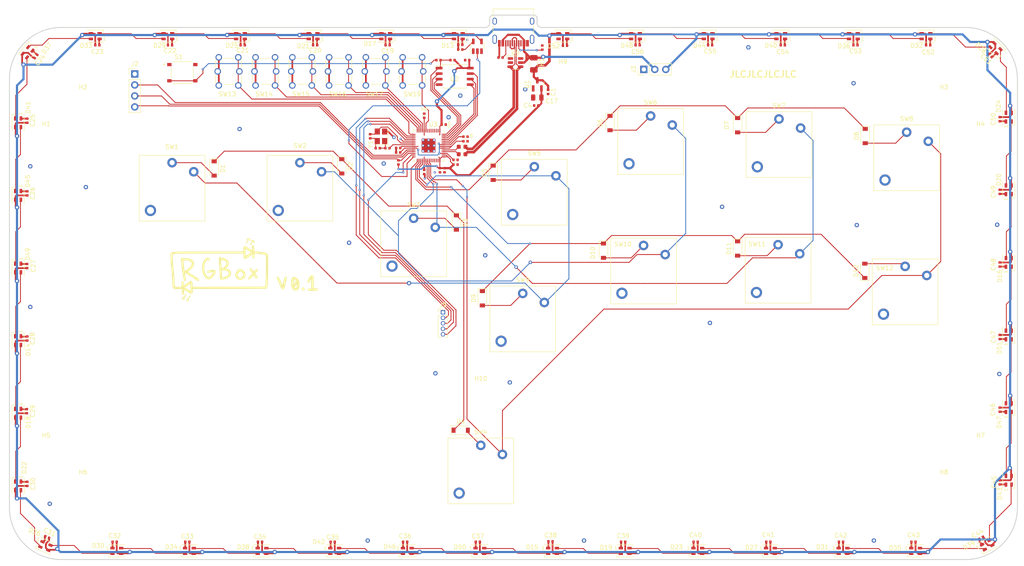
<source format=kicad_pcb>
(kicad_pcb (version 20211014) (generator pcbnew)
  (layers (0 "F.Cu" signal) (31 "B.Cu" signal) (34 "B.Paste" user) (35 "F.Paste" user) (36 "B.SilkS" user "B.Silkscreen") (37 "F.SilkS" user "F.Silkscreen") (38 "B.Mask" user) (39 "F.Mask" user) (44 "Edge.Cuts" user))
  (net 0 "")
  (net 1 "VBUS")
  (net 2 "GND")
  (net 3 "/XIN")
  (net 4 "Net-(C3-Pad1)")
  (net 5 "+3V3")
  (net 6 "+1V1")
  (net 7 "Net-(D1-Pad2)")
  (net 8 "Net-(D2-Pad2)")
  (net 9 "Net-(D3-Pad2)")
  (net 10 "Net-(D4-Pad2)")
  (net 11 "Net-(D5-Pad2)")
  (net 12 "/GPIO29_ADC3")
  (net 13 "/GPIO28_ADC2")
  (net 14 "/GPIO27_ADC1")
  (net 15 "/GPIO26_ADC0")
  (net 16 "/GPIO25")
  (net 17 "/GPIO0")
  (net 18 "/GPIO1")
  (net 19 "/GPIO2")
  (net 20 "/GPIO3")
  (net 21 "/GPIO4")
  (net 22 "/GPIO5")
  (net 23 "/GPIO6")
  (net 24 "D_ARGB_5V")
  (net 25 "+5V")
  (net 26 "/SWD")
  (net 27 "/SWCLK")
  (net 28 "/~{USB_BOOT}")
  (net 29 "/QSPI_SS")
  (net 30 "USB_D+")
  (net 31 "Net-(R3-Pad2)")
  (net 32 "USB_D-")
  (net 33 "Net-(R4-Pad2)")
  (net 34 "/XOUT")
  (net 35 "/QSPI_SD1")
  (net 36 "/QSPI_SD2")
  (net 37 "/QSPI_SD0")
  (net 38 "/QSPI_SCLK")
  (net 39 "/QSPI_SD3")
  (net 42 "ROW0")
  (net 43 "Net-(D6-Pad2)")
  (net 44 "ROW1")
  (net 45 "Net-(D7-Pad2)")
  (net 46 "ROW2")
  (net 47 "Net-(D8-Pad2)")
  (net 48 "Net-(D9-Pad2)")
  (net 49 "Net-(D10-Pad2)")
  (net 50 "Net-(D11-Pad2)")
  (net 51 "Net-(J1-PadB5)")
  (net 52 "Net-(J1-PadA5)")
  (net 53 "JOY1")
  (net 54 "COL0")
  (net 55 "COL1")
  (net 56 "COL2")
  (net 57 "Net-(D12-Pad2)")
  (net 58 "COL3")
  (net 59 "JOY2")
  (net 60 "JOY3")
  (net 61 "JOY4")
  (net 62 "SP1")
  (net 63 "SP2")
  (net 64 "SP3")
  (net 65 "SP4")
  (net 66 "SP5")
  (net 67 "Net-(D14-Pad4)")
  (net 68 "Net-(D14-Pad2)")
  (net 69 "Net-(D15-Pad4)")
  (net 70 "Net-(C58-Pad1)")
  (net 71 "Net-(D16-Pad4)")
  (net 72 "Net-(D16-Pad2)")
  (net 73 "Net-(D15-Pad2)")
  (net 74 "SP6")
  (net 75 "D_ARGB_3V3")
  (net 76 "RESET")
  (net 79 "Net-(D13-Pad4)")
  (net 80 "Net-(D17-Pad4)")
  (net 81 "Net-(D18-Pad4)")
  (net 82 "Net-(D19-Pad4)")
  (net 83 "Net-(D20-Pad4)")
  (net 84 "Net-(D21-Pad4)")
  (net 85 "Net-(D22-Pad4)")
  (net 86 "Net-(D23-Pad4)")
  (net 87 "Net-(D24-Pad4)")
  (net 88 "Net-(D25-Pad4)")
  (net 89 "Net-(D26-Pad4)")
  (net 90 "Net-(D27-Pad4)")
  (net 91 "Net-(D28-Pad4)")
  (net 92 "Net-(D29-Pad4)")
  (net 93 "Net-(D30-Pad4)")
  (net 94 "Net-(D31-Pad4)")
  (net 95 "Net-(D32-Pad4)")
  (net 96 "Net-(D33-Pad4)")
  (net 97 "Net-(D34-Pad4)")
  (net 98 "Net-(D35-Pad4)")
  (net 99 "Net-(D36-Pad4)")
  (net 100 "Net-(D37-Pad4)")
  (net 101 "Net-(D38-Pad4)")
  (net 102 "Net-(D39-Pad4)")
  (net 103 "Net-(D40-Pad4)")
  (net 104 "Net-(D41-Pad4)")
  (net 105 "Net-(D42-Pad4)")
  (net 106 "Net-(D43-Pad4)")
  (net 107 "Net-(D44-Pad4)")
  (net 108 "Net-(D45-Pad4)")
  (net 109 "Net-(D46-Pad4)")
  (net 110 "Net-(D47-Pad4)")
  (net 111 "Net-(D48-Pad4)")
  (footprint "Diode_SMD:D_SOD-123" (layer "F.Cu") (at 123 56 -90)
    (fp_text reference "D2")
    (fp_text value "1N4148")
  )
  (footprint "Connector_PinHeader_2.54mm:PinHeader_1x04_P2.54mm_Vertical" (layer "F.Cu") (at 75.15 34.65)
    (fp_text reference "J2")
    (fp_text value "Conn_01x04")
  )
  (footprint "Capacitor_SMD:C_0402_1005Metric" (layer "F.Cu") (at 52.3 30.6 51)
    (fp_text reference "C24")
    (fp_text value "100nF")
  )
  (footprint "Capacitor_SMD:C_0402_1005Metric" (layer "F.Cu") (at 204.8 142.8 180)
    (fp_text reference "C40")
    (fp_text value "100nF")
  )
  (footprint "MountingHole:MountingHole_2.2mm_M2" (layer "F.Cu") (at 270.678419 121.4)
    (fp_text reference "H7")
    (fp_text value "MountingHole")
  )
  (footprint "LED_SMD:LED_SK6805_PLCC4_2.4x2.7mm_P1.3mm" (layer "F.Cu") (at 116.374429 25.9 180)
    (fp_text reference "D21")
    (fp_text value "SK6812")
  )
  (footprint "Diode_SMD:D_SOD-123" (layer "F.Cu") (at 155.5 86.5 -90)
    (fp_text reference "D9")
    (fp_text value "1N4148")
  )
  (footprint "Capacitor_SMD:C_0402_1005Metric" (layer "F.Cu") (at 145.7 56.9 -90)
    (fp_text reference "C16" hide)
    (fp_text value "100nF")
  )
  (footprint "LED_SMD:LED_SK6805_PLCC4_2.4x2.7mm_P1.3mm" (layer "F.Cu") (at 205.290072 144.9)
    (fp_text reference "D23")
    (fp_text value "SK6812")
  )
  (footprint "LED_SMD:LED_SK6805_PLCC4_2.4x2.7mm_P1.3mm" (layer "F.Cu") (at 48.178419 129.857822 -90)
    (fp_text reference "D22")
    (fp_text value "SK6812")
  )
  (footprint "LED_SMD:LED_SK6805_PLCC4_2.4x2.7mm_P1.3mm" (layer "F.Cu") (at 133.160608 25.9 180)
    (fp_text reference "D17")
    (fp_text value "SK6812")
  )
  (footprint "components:SW_TS-1187A-B-A-B" (layer "F.Cu") (at 86.15 34.35)
    (fp_text reference "S1")
    (fp_text value "TS-1187A-B-A-B")
  )
  (footprint "Capacitor_SMD:C_0402_1005Metric" (layer "F.Cu") (at 83.3 28)
    (fp_text reference "C22")
    (fp_text value "100nF")
  )
  (footprint "Capacitor_SMD:C_0402_1005Metric" (layer "F.Cu") (at 142.062502 44.3 90)
    (fp_text reference "C13")
    (fp_text value "100nF")
  )
  (footprint "Capacitor_SMD:C_0402_1005Metric" (layer "F.Cu") (at 131.312501 51.799999 180)
    (fp_text reference "C3" hide)
    (fp_text value "22pF")
  )
  (footprint "Diode_SMD:D_SOD-123" (layer "F.Cu") (at 243.9 80.15 90)
    (fp_text reference "D12")
    (fp_text value "1N4148")
  )
  (footprint "Capacitor_SMD:C_0402_1005Metric" (layer "F.Cu") (at 188.05 142.8 180)
    (fp_text reference "C39")
    (fp_text value "100nF")
  )
  (footprint "LED_SMD:LED_SK6805_PLCC4_2.4x2.7mm_P1.3mm" (layer "F.Cu") (at 82.80207 25.9 180)
    (fp_text reference "D29")
    (fp_text value "SK6812")
  )
  (footprint "components:SW_BUTT-2-4" (layer "F.Cu") (at 130.825632 34.05173 180)
    (fp_text reference "SW17")
    (fp_text value "SW_Push")
  )
  (footprint "LED_SMD:LED_SK6805_PLCC4_2.4x2.7mm_P1.3mm" (layer "F.Cu") (at 277.178419 44.634515 90)
    (fp_text reference "D24")
    (fp_text value "SK6812")
  )
  (footprint "LED_SMD:LED_SK6805_PLCC4_2.4x2.7mm_P1.3mm" (layer "F.Cu") (at 48.178419 113.071642 -90)
    (fp_text reference "D18")
    (fp_text value "SK6812")
  )
  (footprint "Capacitor_SMD:C_0603_1608Metric" (layer "F.Cu") (at 150.8125 53.200001 180)
    (fp_text reference "R4" hide)
    (fp_text value "27.4")
  )
  (footprint "Capacitor_SMD:C_0402_1005Metric" (layer "F.Cu") (at 275.1 61.9 -90)
    (fp_text reference "C49")
    (fp_text value "100nF")
  )
  (footprint "Capacitor_SMD:C_0402_1005Metric" (layer "F.Cu") (at 129.5625 49.050001 -90)
    (fp_text reference "C2" hide)
    (fp_text value "22pF")
  )
  (footprint "MountingHole:MountingHole_2.2mm_M2" (layer "F.Cu") (at 262.178419 129.9)
    (fp_text reference "H8")
    (fp_text value "MountingHole")
  )
  (footprint "Capacitor_SMD:C_0402_1005Metric" (layer "F.Cu") (at 100.1 28)
    (fp_text reference "C21")
    (fp_text value "100nF")
  )
  (footprint "Connector_PinHeader_2.54mm:PinHeader_1x03_P2.54mm_Vertical" (layer "F.Cu") (at 192.82 33.6 90)
    (fp_text reference "J3")
    (fp_text value "Conn_01x03")
  )
  (footprint "Capacitor_SMD:C_0402_1005Metric" (layer "F.Cu") (at 208.15 28)
    (fp_text reference "C55")
    (fp_text value "100nF")
  )
  (footprint "Capacitor_SMD:C_0402_1005Metric" (layer "F.Cu") (at 104.1 142.8 180)
    (fp_text reference "C34")
    (fp_text value "100nF")
  )
  (footprint "Capacitor_SMD:C_0402_1005Metric" (layer "F.Cu") (at 171.25 142.7 180)
    (fp_text reference "C38")
    (fp_text value "100nF")
  )
  (footprint "MountingHole:MountingHole_2.2mm_M2" (layer "F.Cu") (at 63.178419 40.9)
    (fp_text reference "H2")
    (fp_text value "MountingHole")
  )
  (footprint "Capacitor_SMD:C_0402_1005Metric" (layer "F.Cu") (at 258.55 28)
    (fp_text reference "C52")
    (fp_text value "100nF")
  )
  (footprint "Capacitor_SMD:C_0402_1005Metric" (layer "F.Cu") (at 70.5 142.8 180)
    (fp_text reference "C32")
    (fp_text value "100nF")
  )
  (footprint "MountingHole:MountingHole_2.2mm_M2" (layer "F.Cu") (at 270.678419 49.4)
    (fp_text reference "H4")
    (fp_text value "MountingHole")
  )
  (footprint "Capacitor_SMD:C_0402_1005Metric" (layer "F.Cu") (at 149.3 54.5)
    (fp_text reference "C8" hide)
    (fp_text value "1uF")
  )
  (footprint "LED_SMD:LED_SK6805_PLCC4_2.4x2.7mm_P1.3mm" (layer "F.Cu") (at 48.178419 45.926924 -90)
    (fp_text reference "D41")
    (fp_text value "SK6812")
  )
  (footprint "Capacitor_SMD:C_0402_1005Metric" (layer "F.Cu") (at 50.3 62.25 90)
    (fp_text reference "C26")
    (fp_text value "100nF")
  )
  (footprint "Capacitor_SMD:C_0402_1005Metric" (layer "F.Cu") (at 169.35 28.55 -90)
    (fp_text reference "R6" hide)
    (fp_text value "5.1k")
  )
  (footprint "MountingHole:MountingHole_2.2mm_M2" (layer "F.Cu") (at 174.131862 35.006)
    (fp_text reference "H9")
    (fp_text value "MountingHole")
  )
  (footprint "Package_SO:SOIC-8_5.23x5.23mm_P1.27mm" (layer "F.Cu") (at 149.1 35.2)
    (fp_text reference "U2")
    (fp_text value "W25Q128JVS")
  )
  (footprint "Capacitor_SMD:C_0402_1005Metric" (layer "F.Cu") (at 275.1 45.1 -90)
    (fp_text reference "C50")
    (fp_text value "100nF")
  )
  (footprint "LED_SMD:LED_SK6805_PLCC4_2.4x2.7mm_P1.3mm" (layer "F.Cu") (at 277.178419 94.993054 90)
    (fp_text reference "D51")
    (fp_text value "SK6812")
  )
  (footprint "LED_SMD:LED_SK6805_PLCC4_2.4x2.7mm_P1.3mm" (layer "F.Cu") (at 277.178419 61.420695 90)
    (fp_text reference "D20")
    (fp_text value "SK6812")
  )
  (footprint "Diode_SMD:D_SOD-123" (layer "F.Cu") (at 149.5 69 -90)
    (fp_text reference "D3")
    (fp_text value "1N4148")
  )
  (footprint "MountingHole:MountingHole_2.2mm_M2" (layer "F.Cu") (at 262.178419 40.9)
    (fp_text reference "H3")
    (fp_text value "MountingHole")
  )
  (footprint "components:SW_BUTT-2-4" (layer "F.Cu") (at 105.325632 34.05173 180)
    (fp_text reference "SW14")
    (fp_text value "SW_Push")
  )
  (footprint "Diode_SMD:D_SOD-123" (layer "F.Cu") (at 150.5 117)
    (fp_text reference "D4")
    (fp_text value "1N4148")
  )
  (footprint "Capacitor_SMD:C_0402_1005Metric" (layer "F.Cu") (at 148.6 31.45 180)
    (fp_text reference "R2" hide)
    (fp_text value "DNF")
  )
  (footprint "LED_SMD:LED_SK6805_PLCC4_2.4x2.7mm_P1.3mm" (layer "F.Cu") (at 48.178419 62.713104 -90)
    (fp_text reference "D45")
    (fp_text value "SK6812")
  )
  (footprint "Diode_SMD:D_SOD-123" (layer "F.Cu") (at 93.5 56.5 -90)
    (fp_text reference "D1")
    (fp_text value "1N4148")
  )
  (footprint "Capacitor_SMD:C_0402_1005Metric" (layer "F.Cu") (at 146.75 56.9 -90)
    (fp_text reference "C11" hide)
    (fp_text value "100nF")
  )
  (footprint "Capacitor_SMD:C_0402_1005Metric" (layer "F.Cu") (at 275.1 129.05 -90)
    (fp_text reference "C45")
    (fp_text value "100nF")
  )
  (footprint "LED_SMD:LED_SK6805_PLCC4_2.4x2.7mm_P1.3mm" (layer "F.Cu") (at 48.178419 96.285463 -90)
    (fp_text reference "D14")
    (fp_text value "SK6812")
  )
  (footprint "Capacitor_SMD:C_0402_1005Metric" (layer "F.Cu") (at 150.4 27.9)
    (fp_text reference "C18" hide)
    (fp_text value "100nF")
  )
  (footprint "MountingHole:MountingHole_2.2mm_M2" (layer "F.Cu") (at 155.137512 108.269442)
    (fp_text reference "H10")
    (fp_text value "MountingHole")
  )
  (footprint "Diode_SMD:D_SOD-123" (layer "F.Cu") (at 158 57.5 -90)
    (fp_text reference "D5")
    (fp_text value "1N4148")
  )
  (footprint "LED_SMD:LED_SK6805_PLCC4_2.4x2.7mm_P1.3mm" (layer "F.Cu") (at 207.69 25.9 180)
    (fp_text reference "D44")
    (fp_text value "SK6812")
  )
  (footprint "components:kailh_alternate" (layer "F.Cu") (at 194.394878 50.255526)
    (fp_text reference "SW6")
    (fp_text value "SW_Push")
  )
  (footprint "Capacitor_SMD:C_0402_1005Metric" (layer "F.Cu") (at 50.25 79.05 90)
    (fp_text reference "C27")
    (fp_text value "100nF")
  )
  (footprint "components:kailh_alternate" (layer "F.Cu") (at 253.576264 54.01611)
    (fp_text reference "SW8")
    (fp_text value "SW_Push")
  )
  (footprint "LED_SMD:LED_SK6805_PLCC4_2.4x2.7mm_P1.3mm" (layer "F.Cu") (at 224.476179 25.9 180)
    (fp_text reference "D40")
    (fp_text value "SK6812")
  )
  (footprint "LED_SMD:LED_SK6805_PLCC4_2.4x2.7mm_P1.3mm" (layer "F.Cu") (at 272.195604 143.53 30)
    (fp_text reference "D39")
    (fp_text value "SK6812")
  )
  (footprint "Capacitor_SMD:C_0402_1005Metric" (layer "F.Cu") (at 170.7 38.8 -90)
    (fp_text reference "C1")
    (fp_text value "1uF")
  )
  (footprint "Capacitor_SMD:C_0402_1005Metric" (layer "F.Cu") (at 136.037499 52.800001 180)
    (fp_text reference "C7" hide)
    (fp_text value "100nF")
  )
  (footprint "Capacitor_SMD:C_0402_1005Metric" (layer "F.Cu") (at 133.562502 51.8 180)
    (fp_text reference "R5" hide)
    (fp_text value "1k")
  )
  (footprint "Capacitor_SMD:C_0402_1005Metric" (layer "F.Cu") (at 133.6 28)
    (fp_text reference "C19")
    (fp_text value "100nF")
  )
  (footprint "Capacitor_SMD:C_0402_1005Metric" (layer "F.Cu") (at 159.7 30.85)
    (fp_text reference "R7" hide)
    (fp_text value "5.1k")
  )
  (footprint "Capacitor_SMD:C_0402_1005Metric" (layer "F.Cu") (at 87.3 142.8 180)
    (fp_text reference "C33")
    (fp_text value "100nF")
  )
  (footprint "components:kailh_alternate" (layer "F.Cu") (at 224.065244 50.956652)
    (fp_text reference "SW7")
    (fp_text value "SW_Push")
  )
  (footprint "Capacitor_SMD:C_0402_1005Metric" (layer "F.Cu") (at 238.4 142.8 180)
    (fp_text reference "C42")
    (fp_text value "100nF")
  )
  (footprint "LED_SMD:LED_SK6805_PLCC4_2.4x2.7mm_P1.3mm" (layer "F.Cu") (at 188.503893 144.9)
    (fp_text reference "D19")
    (fp_text value "SK6812")
  )
  (footprint "LED_SMD:LED_SK6805_PLCC4_2.4x2.7mm_P1.3mm" (layer "F.Cu") (at 171.717713 144.9)
    (fp_text reference "D15")
    (fp_text value "SK6812")
  )
  (footprint "Capacitor_SMD:C_0402_1005Metric" (layer "F.Cu") (at 174.6 28.1)
    (fp_text reference "C57" hide)
    (fp_text value "100nF")
  )
  (footprint "RP2040_minimal:RP2040-QFN-56" (layer "F.Cu") (at 143.0625 51.200001 -90)
    (fp_text reference "U3")
    (fp_text value "RP2040")
  )
  (footprint "components:kailh_alternate" (layer "F.Cu") (at 83.780574 61.05173)
    (fp_text reference "SW1")
    (fp_text value "SW_Push")
  )
  (footprint "components:kailh_alternate" (layer "F.Cu") (at 223.858182 80.017936)
    (fp_text reference "SW11")
    (fp_text value "SW_Push")
  )
  (footprint "Capacitor_SMD:C_0402_1005Metric" (layer "F.Cu") (at 150.4 29 180)
    (fp_text reference "C58" hide)
    (fp_text value "100nF")
  )
  (footprint "components:SW_BUTT-2-4" (layer "F.Cu") (at 113.825632 34.05173 180)
    (fp_text reference "SW15")
    (fp_text value "SW_Push")
  )
  (footprint "LED_SMD:LED_SK6805_PLCC4_2.4x2.7mm_P1.3mm" (layer "F.Cu") (at 274.1 28.69 136)
    (fp_text reference "D28")
    (fp_text value "SK6812")
  )
  (footprint "Capacitor_SMD:C_0402_1005Metric" (layer "F.Cu") (at 241.75 28)
    (fp_text reference "C53")
    (fp_text value "100nF")
  )
  (footprint "LED_SMD:LED_SK6805_PLCC4_2.4x2.7mm_P1.3mm" (layer "F.Cu") (at 174.117641 25.9 180)
    (fp_text reference "D52")
    (fp_text value "SK6812")
  )
  (footprint "components:SOT-23-6-routable" (layer "F.Cu") (at 163.17 32.02)
    (fp_text reference "U4")
    (fp_text value "SRV05-4")
  )
  (footprint "components:SW_BUTT-2-4" (layer "F.Cu") (at 122.325632 34.05173 180)
    (fp_text reference "SW16")
    (fp_text value "SW_Push")
  )
  (footprint "LOGO" (layer "F.Cu") (at 99.35 80.55)
    (fp_text reference "G***" hide)
    (fp_text value "LOGO" hide)
  )
  (footprint "LED_SMD:LED_SK6805_PLCC4_2.4x2.7mm_P1.3mm" (layer "F.Cu") (at 138.145354 144.9)
    (fp_text reference "D46")
    (fp_text value "SK6812")
  )
  (footprint "LED_SMD:LED_SK6805_PLCC4_2.4x2.7mm_P1.3mm" (layer "F.Cu") (at 241.262359 25.9 180)
    (fp_text reference "D36")
    (fp_text value "SK6812")
  )
  (footprint "components:SW_BUTT-2-4" (layer "F.Cu") (at 139.325632 34.05173 180)
    (fp_text reference "SW19")
    (fp_text value "SW_Push")
  )
  (footprint "components:kailh_alternate" (layer "F.Cu") (at 113.326119 61.05173)
    (fp_text reference "SW2")
    (fp_text value "SW_Push")
  )
  (footprint "Capacitor_SMD:C_0805_2012Metric" (layer "F.Cu") (at 168.2 40.1 180)
    (fp_text reference "C17")
    (fp_text value "10uF")
  )
  (footprint "Capacitor_SMD:C_0402_1005Metric" (layer "F.Cu") (at 50.3 129.4 90)
    (fp_text reference "C30")
    (fp_text value "100nF")
  )
  (footprint "LED_SMD:LED_SK6805_PLCC4_2.4x2.7mm_P1.3mm" (layer "F.Cu") (at 154.931534 144.9)
    (fp_text reference "D50")
    (fp_text value "SK6812")
  )
  (footprint "Capacitor_SMD:C_0402_1005Metric" (layer "F.Cu") (at 120.9 142.8 180)
    (fp_text reference "C35")
    (fp_text value "100nF")
  )
  (footprint "LED_SMD:LED_SK6805_PLCC4_2.4x2.7mm_P1.3mm" (layer "F.Cu") (at 48.178419 79.499283 -90)
    (fp_text reference "D49")
    (fp_text value "SK6812")
  )
  (footprint "Capacitor_SMD:C_0603_1608Metric" (layer "F.Cu") (at 150.812502 51.48 180)
    (fp_text reference "R3" hide)
    (fp_text value "27.4")
  )
  (footprint "Capacitor_SMD:C_0402_1005Metric" (layer "F.Cu") (at 270.8 141.9 -150)
    (fp_text reference "C44")
    (fp_text value "100nF")
  )
  (footprint "Capacitor_SMD:C_0402_1005Metric" (layer "F.Cu") (at 154.45 142.8 180)
    (fp_text reference "C37")
    (fp_text value "100nF")
  )
  (footprint "Capacitor_SMD:C_0402_1005Metric" (layer "F.Cu") (at 146.55 46.35)
    (fp_text reference "C14")
    (fp_text value "100nF")
  )
  (footprint "Diode_SMD:D_SOD-123" (layer "F.Cu") (at 214.5 46.5 -90)
    (fp_text reference "D7")
    (fp_text value "1N4148")
  )
  (footprint "Package_TO_SOT_SMD:SOT-23" (layer "F.Cu") (at 168.2 37.05 90)
    (fp_text reference "U1")
    (fp_text value "XC6206PxxxMR")
  )
  (footprint "LED_SMD:LED_SK6805_PLCC4_2.4x2.7mm_P1.3mm" (layer "F.Cu") (at 104.572995 144.9)
    (fp_text reference "D38")
    (fp_text value "SK6812")
  )
  (footprint "Capacitor_SMD:C_0402_1005Metric" (layer "F.Cu") (at 151.6 49.15)
    (fp_text reference "C6")
    (fp_text value "100nF")
  )
  (footprint "LED_SMD:LED_SK6805_PLCC4_2.4x2.7mm_P1.3mm" (layer "F.Cu") (at 50.38 29.64 -129)
    (fp_text reference "D37")
    (fp_text value "SK6812")
  )
  (footprint "Capacitor_SMD:C_0402_1005Metric" (layer "F.Cu") (at 255.15 142.8 180)
    (fp_text reference "C43")
    (fp_text value "100nF")
  )
  (footprint "Capacitor_SMD:C_0402_1005Metric" (layer "F.Cu") (at 66.5 28)
    (fp_text reference "C23")
    (fp_text value "100nF")
  )
  (footprint "Capacitor_SMD:C_0402_1005Metric" (layer "F.Cu") (at 145.35 31.45 180)
    (fp_text reference "R1" hide)
    (fp_text value "1k")
  )
  (footprint "LED_SMD:LED_SK6805_PLCC4_2.4x2.7mm_P1.3mm" (layer "F.Cu") (at 66.01589 25.9 180)
    (fp_text reference "D33")
    (fp_text value "SK6812")
  )
  (footprint "Capacitor_SMD:C_0402_1005Metric" (layer "F.Cu") (at 224.95 28)
    (fp_text reference "C54")
    (fp_text value "100nF")
  )
  (footprint "Capacitor_SMD:C_0402_1005Metric" (layer "F.Cu") (at 54.9 141.7 157)
    (fp_text reference "C31")
    (fp_text value "100nF")
  )
  (footprint "LED_SMD:LED_SK6805_PLCC4_2.4x2.7mm_P1.3mm" (layer "F.Cu") (at 277.178419 128.565413 90)
    (fp_text reference "D43")
    (fp_text value "SK6812")
  )
  (footprint "LED_SMD:LED_SK6805_PLCC4_2.4x2.7mm_P1.3mm" (layer "F.Cu") (at 71.000636 144.9)
    (fp_text reference "D30")
    (fp_text value "SK6812")
  )
  (footprint "LED_SMD:LED_SK6805_PLCC4_2.4x2.7mm_P1.3mm" (layer "F.Cu") (at 277.178419 78.206874 90)
    (fp_text reference "D16")
    (fp_text value "SK6812")
  )
  (footprint "Capacitor_SMD:C_0402_1005Metric" (layer "F.Cu") (at 149.3 55.6)
    (fp_text reference "C10" hide)
    (fp_text value "1uF")
  )
  (footprint "components:SW_BUTT-2-4" (layer "F.Cu") (at 96.825632 34.05173 180)
    (fp_text reference "SW13")
    (fp_text value "SW_Push")
  )
  (footprint "Capacitor_SMD:C_0402_1005Metric" (layer "F.Cu") (at 191.4 28)
    (fp_text reference "C56")
    (fp_text value "100nF")
  )
  (footprint "components:kailh_alternate" (layer "F.Cu") (at 164.832634 91.274959)
    (fp_text reference "SW9")
    (fp_text value "SW_Push")
  )
  (footprint "Package_TO_SOT_SMD:SOT-23-5" (layer "F.Cu") (at 154.35 28.25 90)
    (fp_text reference "U5" hide)
    (fp_text value "74AHCT1G125")
  )
  (footprint "LED_SMD:LED_SK6805_PLCC4_2.4x2.7mm_P1.3mm" (layer "F.Cu") (at 54.5 143.78 -23)
    (fp_text reference "D26")
    (fp_text value "SK6812")
  )
  (footprint "Capacitor_SMD:C_0402_1005Metric" (layer "F.Cu") (at 221.6 142.8 180)
    (fp_text reference "C41")
    (fp_text value "100nF")
  )
  (footprint "Capacitor_SMD:C_0402_1005Metric" (layer "F.Cu") (at 275.1 78.7 -90)
    (fp_text reference "C48")
    (fp_text value "100nF")
  )
  (footprint "Capacitor_SMD:C_0402_1005Metric" (layer "F.Cu") (at 137.65 142.8 180)
    (fp_text reference "C36")
    (fp_text value "100nF")
  )
  (footprint "Connector_PinHeader_1.27mm:PinHeader_1x05_P1.27mm_Vertical" (layer "F.Cu") (at 146.4 89.75)
    (fp_text reference "J9")
    (fp_text value "Conn_01x05")
  )
  (footprint "LED_SMD:LED_SK6805_PLCC4_2.4x2.7mm_P1.3mm" (layer "F.Cu") (at 87.786816 144.9)
    (fp_text reference "D34")
    (fp_text value "SK6812")
  )
  (footprint "components:kailh_alternate" (layer "F.Cu") (at 139.617318 73.90989)
    (fp_text reference "SW3")
    (fp_text value "SW_Push")
  )
  (footprint "LED_SMD:LED_SK6805_PLCC4_2.4x2.7mm_P1.3mm" (layer "F.Cu") (at 277.178419 111.779233 90)
    (fp_text reference "D47")
    (fp_text value "SK6812")
  )
  (footprint "LED_SMD:LED_SK6805_PLCC4_2.4x2.7mm_P1.3mm" (layer "F.Cu") (at 149.946788 25.9 180)
    (fp_text reference "D13")
    (fp_text value "SK6812")
  )
  (footprint "Diode_SMD:D_SOD-123" (layer "F.Cu") (at 244 49 -90)
    (fp_text reference "D8")
    (fp_text value "1N4148")
  )
  (footprint "LED_SMD:LED_SK6805_PLCC4_2.4x2.7mm_P1.3mm" (layer "F.Cu") (at 255.648611 144.9)
    (fp_text reference "D35")
    (fp_text value "SK6812")
  )
  (footprint "Fuse:Fuse_1206_3216Metric" (layer "F.Cu") (at 167.4 32.3 -90)
    (fp_text reference "TH1")
    (fp_text value "Thermistor_PTC")
  )
  (footprint "Capacitor_SMD:C_0402_1005Metric" (layer "F.Cu") (at 116.85 28)
    (fp_text reference "C20")
    (fp_text value "100nF")
  )
  (footprint "Capacitor_SMD:C_0402_1005Metric" (layer "F.Cu") (at 275.1 112.25 -90)
    (fp_text reference "C46")
    (fp_text value "100nF")
  )
  (footprint "components:kailh_alternate" (layer "F.Cu") (at 167.510603 61.98743)
    (fp_text reference "SW5")
    (fp_text value "SW_Push")
  )
  (footprint "MountingHole:MountingHole_2.2mm_M2" (layer "F.Cu") (at 63.178419 129.9)
    (fp_text reference "H6")
    (fp_text value "MountingHole")
  )
  (footprint "components:kailh_alternate" (layer "F.Cu") (at 155.137512 126.4)
    (fp_text reference "SW4")
    (fp_text value "SW_Push")
  )
  (footprint "Diode_SMD:D_SOD-123" (layer "F.Cu") (at 183.5 75.5 -90)
    (fp_text reference "D10")
    (fp_text value "1N4148")
  )
  (footprint "Diode_SMD:D_SOD-123" (layer "F.Cu") (at 185 46 -90)
    (fp_text reference "D6")
    (fp_text value "1N4148")
  )
  (footprint "Capacitor_SMD:C_0402_1005Metric" (layer "F.Cu") (at 167.95 41.95 180)
    (fp_text reference "C4")
    (fp_text value "1uF")
  )
  (footprint "LED_SMD:LED_SK6805_PLCC4_2.4x2.7mm_P1.3mm" (layer "F.Cu") (at 121.359175 144.9)
    (fp_text reference "D42")
    (fp_text value "SK6812")
  )
  (footprint "Capacitor_SMD:C_0402_1005Metric" (layer "F.Cu") (at 50.3 45.45 90)
    (fp_text reference "C25")
    (fp_text value "100nF")
  )
  (footprint "Capacitor_SMD:C_0402_1005Metric" (layer "F.Cu") (at 142.062501 57.3 -90)
    (fp_text reference "C12" hide)
    (fp_text value "100nF")
  )
  (footprint "Capacitor_SMD:C_0402_1005Metric" (layer "F.Cu") (at 275.1 95.45 -90)
    (fp_text reference "C47")
    (fp_text value "100nF")
  )
  (footprint "LED_SMD:LED_SK6805_PLCC4_2.4x2.7mm_P1.3mm" (layer "F.Cu") (at 190.90382 25.9 180)
    (fp_text reference "D48")
    (fp_text value "SK6812")
  )
  (footprint "Capacitor_SMD:C_0402_1005Metric" (layer "F.Cu") (at 50.3 95.8 90)
    (fp_text reference "C28")
    (fp_text value "100nF")
  )
  (footprint "Capacitor_SMD:C_0402_1005Metric" (layer "F.Cu") (at 272.9 30.4 -44)
    (fp_text reference "C51")
    (fp_text value "100nF")
  )
  (footprint "Connector_USB:USB_C_Receptacle_HRO_TYPE-C-31-M-12" (layer "F.Cu") (at 162.668419 21.05 180)
    (fp_text reference "J1" hide)
    (fp_text value "USB_C_Receptacle_USB2.0")
  )
  (footprint "LED_SMD:LED_SK6805_PLCC4_2.4x2.7mm_P1.3mm" (layer "F.Cu") (at 238.862431 144.9)
    (fp_text reference "D31")
    (fp_text value "SK6812")
  )
  (footprint "Diode_SMD:D_SOD-123" (layer "F.Cu") (at 214.5 75 -90)
    (fp_text reference "D11")
    (fp_text value "1N4148")
  )
  (footprint "LED_SMD:LED_SK6805_PLCC4_2.4x2.7mm_P1.3mm" (layer "F.Cu") (at 99.588249 25.9 180)
    (fp_text reference "D25")
    (fp_text value "SK6812")
  )
  (footprint "components:kailh_alternate" (layer "F.Cu") (at 192.75973 80.196127)
    (fp_text reference "SW10")
    (fp_text value "SW_Push")
  )
  (footprint "LED_SMD:LED_SK6805_PLCC4_2.4x2.7mm_P1.3mm" (layer "F.Cu") (at 222.076252 144.9)
    (fp_text reference "D27")
    (fp_text value "SK6812")
  )
  (footprint "LED_SMD:LED_SK6805_PLCC4_2.4x2.7mm_P1.3mm" (layer "F.Cu") (at 258.048538 25.9 180)
    (fp_text reference "D32")
    (fp_text value "SK6812")
  )
  (footprint "MountingHole:MountingHole_2.2mm_M2" (layer "F.Cu") (at 54.678419 49.4)
    (fp_text reference "H1")
    (fp_text value "MountingHole")
  )
  (footprint "Capacitor_SMD:C_0402_1005Metric" (layer "F.Cu") (at 152 31.45 180)
    (fp_text reference "C5" hide)
    (fp_text value "100nF")
  )
  (footprint "Capacitor_SMD:C_0402_1005Metric" (layer "F.Cu") (at 50.2 112.6 90)
    (fp_text reference "C29")
    (fp_text value "100nF")
  )
  (footprint "MountingHole:MountingHole_2.2mm_M2" (layer "F.Cu") (at 54.678419 121.4)
    (fp_text reference "H5")
    (fp_text value "MountingHole")
  )
  (footprint "components:kailh_alternate" (layer "F.Cu") (at 253.226703 85.022767)
    (fp_text reference "SW12")
    (fp_text value "SW_Push")
  )
  (footprint "Capacitor_SMD:C_0402_1005Metric" (layer "F.Cu") (at 136.05 51.75 180)
    (fp_text reference "C9" hide)
    (fp_text value "100nF")
  )
  (footprint "Capacitor_SMD:C_0402_1005Metric" (layer "F.Cu") (at 151.6 50.2)
    (fp_text reference "C15" hide)
    (fp_text value "100nF")
  )
  (footprint "Crystal:Crystal_SMD_3225-4Pin_3.2x2.5mm" (layer "F.Cu") (at 132.0625 49.050001 90)
    (fp_text reference "Y1")
    (fp_text value "12MHz")
  )
  (footprint "Capacitor_SMD:C_0402_1005Metric" (layer "F.Cu") (at 136.1 55.1 90)
    (fp_text reference "R8" hide)
    (fp_text value "10k")
  )
  (gr_arc locked (start 46.178419 35.9) (mid 49.693138 27.414719) (end 58.178419 23.9) (layer "Edge.Cuts") (width 0.2))
  (gr_arc locked (start 157.203419 22.9) (mid 156.910526 23.607107) (end 156.203419 23.9) (layer "Edge.Cuts") (width 0.2))
  (gr_line locked (start 168.153419 21.8) (end 168.153419 22.9) (layer "Edge.Cuts") (width 0.2))
  (gr_line locked (start 157.203419 22.9) (end 157.203419 21.8) (layer "Edge.Cuts") (width 0.2))
  (gr_line locked (start 58.178419 146.9) (end 267.178419 146.9) (layer "Edge.Cuts") (width 0.2))
  (gr_line locked (start 279.178419 134.9) (end 279.178419 35.9) (layer "Edge.Cuts") (width 0.2))
  (gr_arc locked (start 279.178419 134.9) (mid 275.6637 143.385281) (end 267.178419 146.9) (layer "Edge.Cuts") (width 0.2))
  (gr_line locked (start 267.178419 23.9) (end 169.153419 23.9) (layer "Edge.Cuts") (width 0.2))
  (gr_line locked (start 46.178419 35.9) (end 46.178419 134.9) (layer "Edge.Cuts") (width 0.2))
  (gr_arc locked (start 157.203419 21.8) (mid 157.423089 21.26967) (end 157.953419 21.05) (layer "Edge.Cuts") (width 0.2))
  (gr_arc locked (start 58.178419 146.9) (mid 49.693138 143.385281) (end 46.178419 134.9) (layer "Edge.Cuts") (width 0.2))
  (gr_arc locked (start 267.178419 23.9) (mid 275.6637 27.414719) (end 279.178419 35.9) (layer "Edge.Cuts") (width 0.2))
  (gr_line locked (start 156.203419 23.9) (end 58.178419 23.9) (layer "Edge.Cuts") (width 0.2))
  (gr_line locked (start 157.953419 21.05) (end 167.403419 21.05) (layer "Edge.Cuts") (width 0.2))
  (gr_arc locked (start 167.403419 21.05) (mid 167.933749 21.26967) (end 168.153419 21.8) (layer "Edge.Cuts") (width 0.2))
  (gr_arc locked (start 169.153419 23.9) (mid 168.446312 23.607107) (end 168.153419 22.9) (layer "Edge.Cuts") (width 0.2))
  (gr_text "JLCJLCJLCJLC" (at 220.4 34.7) (layer "F.SilkS") (effects (font (size 1.5 1.5) (thickness 0.3))))
  (segment (start 166.3 30.9) (end 165.7 31.5) (width 0.5) (layer "F.Cu") (net 1))
  (segment (start 165.18 32.02) (end 165.7 31.5) (width 0.5) (layer "F.Cu") (net 1))
  (segment (start 164.345 32.02) (end 165.18 32.02) (width 0.5) (layer "F.Cu") (net 1))
  (segment (start 169.35 30.9) (end 169.55 30.7) (width 0.5) (layer "F.Cu") (net 1))
  (segment (start 166.6 30.9) (end 167.4 30.9) (width 0.5) (layer "F.Cu") (net 1))
  (segment (start 165.118419 29.418419) (end 165.118419 27.545) (width 0.5) (layer "F.Cu") (net 1))
  (segment (start 163.95 25.6) (end 161.4 25.6) (width 0.5) (layer "F.Cu") (net 1))
  (segment (start 165.118419 26.768419) (end 163.95 25.6) (width 0.4) (layer "F.Cu") (net 1))
  (segment (start 161.4 25.6) (end 160.218419 26.781581) (width 0.4) (layer "F.Cu") (net 1))
  (segment (start 167.4 30.9) (end 169.35 30.9) (width 0.5) (layer "F.Cu") (net 1))
  (segment (start 165.7 31.5) (end 165.7 30) (width 0.5) (layer "F.Cu") (net 1))
  (segment (start 167.4 30.9) (end 166.3 30.9) (width 0.5) (layer "F.Cu") (net 1))
  (segment (start 165.7 30) (end 166.6 30.9) (width 0.5) (layer "F.Cu") (net 1))
  (segment (start 165.118419 27.545) (end 165.118419 26.768419) (width 0.4) (layer "F.Cu") (net 1))
  (segment (start 160.218419 26.781581) (end 160.218419 27.545) (width 0.4) (layer "F.Cu") (net 1))
  (segment (start 165.7 30) (end 165.118419 29.418419) (width 0.5) (layer "F.Cu") (net 1))
  (via (at 169.55 30.7) (size 1) (drill 0.5) (layers "F.Cu" "B.Cu") (net 1))
  (segment (start 169.55 30.7) (end 192.46 30.7) (width 0.5) (layer "B.Cu") (net 1))
  (segment (start 192.46 30.7) (end 195.36 33.6) (width 0.5) (layer "B.Cu") (net 1))
  (segment (start 111.575632 33.80173) (end 111.325632 34.05173) (width 0.4) (layer "F.Cu") (net 2))
  (segment (start 159.418419 27.545) (end 159.418419 30.651581) (width 0.4) (layer "F.Cu") (net 2))
  (segment (start 137.075632 37.30173) (end 137.075632 34.30173) (width 0.4) (layer "F.Cu") (net 2))
  (segment (start 137.075632 30.80173) (end 137.075632 33.80173) (width 0.4) (layer "F.Cu") (net 2))
  (segment (start 128.575632 33.80173) (end 128.325632 34.05173) (width 0.4) (layer "F.Cu") (net 2))
  (segment (start 175.032641 27.802641) (end 175.08 27.85) (width 0.4) (layer "F.Cu") (net 2))
  (segment (start 83.78 27.8) (end 83.78 26.82793) (width 0.4) (layer "F.Cu") (net 2))
  (segment (start 208.605 27.875) (end 208.63 27.9) (width 0.4) (layer "F.Cu") (net 2))
  (segment (start 142.2 58.8) (end 142.2 57.917499) (width 0.4) (layer "F.Cu") (net 2))
  (segment (start 221.12 142.95) (end 221.12 144.308748) (width 0.4) (layer "F.Cu") (net 2))
  (segment (start 150.861788 27.831788) (end 150.88 27.85) (width 0.4) (layer "F.Cu") (net 2))
  (segment (start 100.503249 26.45) (end 100.503249 27.723249) (width 0.4) (layer "F.Cu") (net 2))
  (segment (start 111.575632 37.30173) (end 111.575632 34.30173) (width 0.4) (layer "F.Cu") (net 2))
  (segment (start 128.575632 37.30173) (end 128.575632 34.30173) (width 0.4) (layer "F.Cu") (net 2))
  (segment (start 94.575632 33.80173) (end 94.325632 34.05173) (width 0.4) (layer "F.Cu") (net 2))
  (segment (start 50.15 128.92) (end 48.751241 128.92) (width 0.4) (layer "F.Cu") (net 2))
  (segment (start 275.15 95.93) (end 276.606473 95.93) (width 0.4) (layer "F.Cu") (net 2))
  (segment (start 70.02 143) (end 70.02 144.284364) (width 0.4) (layer "F.Cu") (net 2))
  (segment (start 117.289429 26.45) (end 117.289429 27.809429) (width 0.4) (layer "F.Cu") (net 2))
  (segment (start 270.434308 142.817303) (end 271.128191 143.511186) (width 0.4) (layer "F.Cu") (net 2))
  (segment (start 273.463947 30.633436) (end 274.376134 29.721249) (width 0.4) (layer "F.Cu") (net 2))
  (segment (start 103.075632 37.30173) (end 103.075632 34.30173) (width 0.4) (layer "F.Cu") (net 2))
  (segment (start 103.075632 34.30173) (end 102.825632 34.05173) (width 0.4) (layer "F.Cu") (net 2))
  (segment (start 130.8325 51.800001) (end 130.832502 50.53) (width 0.2) (layer "F.Cu") (net 2))
  (segment (start 111.575632 30.80173) (end 111.575632 33.80173) (width 0.4) (layer "F.Cu") (net 2))
  (segment (start 130.832502 50.53) (end 131.212504 50.15) (width 0.2) (layer "F.Cu") (net 2))
  (segment (start 132.9125 47.950001) (end 133.700001 47.950001) (width 0.4) (layer "F.Cu") (net 2))
  (segment (start 128.575632 30.80173) (end 128.575632 33.80173) (width 0.4) (layer "F.Cu") (net 2))
  (segment (start 135.57 52.7875) (end 135.557499 52.800001) (width 0.4) (layer "F.Cu") (net 2))
  (segment (start 175.032641 26.45) (end 175.032641 27.802641) (width 0.4) (layer "F.Cu") (net 2))
  (segment (start 94.575632 37.30173) (end 94.575632 34.30173) (width 0.4) (layer "F.Cu") (net 2))
  (segment (start 50.163358 112.156642) (end 50.2 112.12) (width 0.4) (layer "F.Cu") (net 2))
  (segment (start 275.15 45.58) (end 276.597934 45.58) (width 0.4) (layer "F.Cu") (net 2))
  (segment (start 204.32 142.95) (end 204.32 144.294928) (width 0.4) (layer "F.Cu") (net 2))
  (segment (start 50.1 78.57) (end 48.742702 78.57) (width 0.4) (layer "F.Cu") (net 2))
  (segment (start 120.075632 30.80173) (end 120.075632 33.80173) (width 0.4) (layer "F.Cu") (net 2))
  (segment (start 50.15 61.77) (end 48.756523 61.77) (width 0.4) (layer "F.Cu") (net 2))
  (segment (start 275.15 129.53) (end 276.578832 129.53) (width 0.4) (layer "F.Cu") (net 2))
  (segment (start 128.575632 34.30173) (end 128.325632 34.05173) (width 0.4) (layer "F.Cu") (net 2))
  (segment (start 86.82 142.95) (end 86.82 144.298184) (width 0.4) (layer "F.Cu") (net 2))
  (segment (start 270.434308 142.39) (end 270.434308 142.817303) (width 0.4) (layer "F.Cu") (net 2))
  (segment (start 66.93089 26.45) (end 66.93089 27.75089) (width 0.4) (layer "F.Cu") (net 2))
  (segment (start 208.605 26.45) (end 208.605 27.875) (width 0.4) (layer "F.Cu") (net 2))
  (segment (start 117.289429 27.809429) (end 117.33 27.85) (width 0.4) (layer "F.Cu") (net 2))
  (segment (start 66.93089 27.75089) (end 66.98 27.8) (width 0.4) (layer "F.Cu") (net 2))
  (segment (start 242.177359 26.45) (end 242.177359 27.847359) (width 0.4) (layer "F.Cu") (net 2))
  (segment (start 187.57 142.95) (end 187.57 144.331107) (width 0.4) (layer "F.Cu") (net 2))
  (segment (start 103.075632 30.80173) (end 103.075632 33.80173) (width 0.4) (layer "F.Cu") (net 2))
  (segment (start 120.075632 33.80173) (end 119.825632 34.05173) (width 0.4) (layer "F.Cu") (net 2))
  (segment (start 94.575632 30.80173) (end 94.575632 33.80173) (width 0.4) (layer "F.Cu") (net 2))
  (segment (start 276.578832 129.53) (end 276.628419 129.480413) (width 0.4) (layer "F.Cu") (net 2))
  (segment (start 120.075632 34.30173) (end 119.825632 34.05173) (width 0.4) (layer "F.Cu") (net 2))
  (segment (start 48.728419 95.370463) (end 50.099537 95.370463) (width 0.4) (layer "F.Cu") (net 2))
  (segment (start 134.075608 27.795608) (end 134.08 27.8) (width 0.4) (layer "F.Cu") (net 2))
  (segment (start 50.1 44.97) (end 48.770343 44.97) (width 0.4) (layer "F.Cu") (net 2))
  (segment (start 259.03 27.9) (end 259.03 26.516462) (width 0.4) (layer "F.Cu") (net 2))
  (segment (start 94.575632 34.30173) (end 94.325632 34.05173) (width 0.4) (layer "F.Cu") (net 2))
  (segment (start 135.57 51.75) (end 135.57 52.7875) (width 0.4) (layer "F.Cu") (net 2))
  (segment (start 120.075632 37.30173) (end 120.075632 34.30173) (width 0.4) (layer "F.Cu") (net 2))
  (segment (start 137.17 142.95) (end 137.17 144.289646) (width 0.4) (layer "F.Cu") (net 2))
  (segment (start 225.391179 27.861179) (end 225.43 27.9) (width 0.4) (layer "F.Cu") (net 2))
  (segment (start 153.97 142.95) (end 153.97 144.303466) (width 0.4) (layer "F.Cu") (net 2))
  (segment (start 111.575632 34.30173) (end 111.325632 34.05173) (width 0.4) (layer "F.Cu") (net 2))
  (segment (start 120.42 142.95) (end 120.42 144.325825) (width 0.4) (layer "F.Cu") (net 2))
  (segment (start 103.075632 33.80173) (end 102.825632 34.05173) (width 0.4) (layer "F.Cu") (net 2))
  (segment (start 170.77 142.9) (end 170.77 144.317287) (width 0.4) (layer "F.Cu") (net 2))
  (segment (start 142.2 57.917499) (end 142.062501 57.78) (width 0.4) (layer "F.Cu") (net 2))
  (segment (start 259.03 26.516462) (end 258.963538 26.45) (width 0.4) (layer "F.Cu") (net 2))
  (segment (start 137.075632 34.30173) (end 136.825632 34.05173) (width 0.4) (layer "F.Cu") (net 2))
  (segment (start 254.67 142.95) (end 254.67 144.286389) (width 0.4) (layer "F.Cu") (net 2))
  (segment (start 275.15 112.73) (end 276.592652 112.73) (width 0.4) (layer "F.Cu") (net 2))
  (segment (start 129.5625 49.530001) (end 130.5925 49.530001) (width 0.2) (layer "F.Cu") (net 2))
  (segment (start 100.503249 27.723249) (end 100.58 27.8) (width 0.4) (layer "F.Cu") (net 2))
  (segment (start 275.15 62.38) (end 276.584114 62.38) (width 0.4) (layer "F.Cu") (net 2))
  (segment (start 51.600142 29.275038) (end 52.402074 30.07697) (width 0.4) (layer "F.Cu") (net 2))
  (segment (start 54.358158 142.430685) (end 53.87264 142.916203) (width 0.4) (layer "F.Cu") (net 2))
  (segment (start 54.358158 141.662449) (end 54.358158 142.430685) (width 0.4) (layer "F.Cu") (net 2))
  (segment (start 273.395283 30.633436) (end 273.463947 30.633436) (width 0.4) (layer "F.Cu") (net 2))
  (segment (start 237.92 142.95) (end 237.92 144.322569) (width 0.4) (layer "F.Cu") (net 2))
  (segment (start 275.15 79.18) (end 276.570293 79.18) (width 0.4) (layer "F.Cu") (net 2))
  (segment (start 191.81882 26.45) (end 191.81882 27.78882) (width 0.4) (layer "F.Cu") (net 2))
  (segment (start 103.62 142.95) (end 103.62 144.312005) (width 0.4) (layer "F.Cu") (net 2))
  (segment (start 137.075632 33.80173) (end 136.825632 34.05173) (width 0.4) (layer "F.Cu") (net 2))
  (segment (start 139.625 50.200001) (end 137.150001 50.200001) (width 0.2) (layer "F.Cu") (net 2))
  (segment (start 159.418419 30.651581) (end 159.22 30.85) (width 0.4) (layer "F.Cu") (net 2))
  (segment (start 133.700001 47.950001) (end 135.05 49.3) (width 0.4) (layer "F.Cu") (net 2))
  (segment (start 242.177359 27.847359) (end 242.23 27.9) (width 0.4) (layer "F.Cu") (net 2))
  (segment (start 130.5925 49.530001) (end 131.212504 50.15) (width 0.2) (layer "F.Cu") (net 2))
  (segment (start 134.075608 26.45) (end 134.075608 27.795608) (width 0.4) (layer "F.Cu") (net 2))
  (segment (start 150.861788 26.45) (end 150.861788 27.831788) (width 0.4) (layer "F.Cu") (net 2))
  (segment (start 191.81882 27.78882) (end 191.88 27.85) (width 0.4) (layer "F.Cu") (net 2))
  (segment (start 48.728419 112.156642) (end 50.013358 112.156642) (width 0.4) (layer "F.Cu") (net 2))
  (segment (start 225.391179 26.45) (end 225.391179 27.861179) (width 0.4) (layer "F.Cu") (net 2))
  (segment (start 137.150001 50.200001) (end 136.6 49.65) (width 0.2) (layer "F.Cu") (net 2))
  (segment (start 50.249537 95.370463) (end 50.3 95.32) (width 0.4) (layer "F.Cu") (net 2))
  (via (at 51 88.5) (size 1) (drill 0.5) (layers "F.Cu" "B.Cu") (net 2))
  (via (at 246 142.5) (size 1) (drill 0.5) (layers "F.Cu" "B.Cu") (net 2))
  (via (at 63.85 60.8) (size 1) (drill 0.5) (layers "F.Cu" "B.Cu") (net 2))
  (via (at 124.69 73.67) (size 1) (drill 0.5) (layers "F.Cu" "B.Cu") (net 2))
  (via (at 156.17 76.57) (size 1) (drill 0.5) (layers "F.Cu" "B.Cu") (net 2))
  (via (at 135.05 49.3) (size 0.8) (drill 0.4) (layers "F.Cu" "B.Cu") (net 2))
  (via (at 144.65 103.85) (size 1) (drill 0.5) (layers "F.Cu" "B.Cu") (net 2))
  (via (at 179 142.5) (size 1) (drill 0.5) (layers "F.Cu" "B.Cu") (net 2))
  (via (at 129 142.5) (size 1) (drill 0.5) (layers "F.Cu" "B.Cu") (net 2))
  (via (at 150.4 39.65) (size 1) (drill 0.5) (layers "F.Cu" "B.Cu") (net 2))
  (via (at 147.7 44.65) (size 1) (drill 0.5) (layers "F.Cu" "B.Cu") (net 2))
  (via (at 161.85 105.95) (size 1) (drill 0.5) (layers "F.Cu" "B.Cu") (net 2))
  (via (at 136.6 49.65) (size 0.5) (drill 0.2) (layers "F.Cu" "B.Cu") (net 2))
  (via (at 152 26.8) (size 0.5) (drill 0.2) (layers "F.Cu" "B.Cu") (net 2))
  (via (at 99.38 47.37) (size 1) (drill 0.5) (layers "F.Cu" "B.Cu") (net 2))
  (via (at 210.91 65.36) (size 1) (drill 0.5) (layers "F.Cu" "B.Cu") (net 2))
  (via (at 132.7 55.35) (size 1) (drill 0.5) (layers "F.Cu" "B.Cu") (net 2))
  (via (at 51 56) (size 1) (drill 0.5) (layers "F.Cu" "B.Cu") (net 2))
  (via (at 55.5 134) (size 1) (drill 0.5) (layers "F.Cu" "B.Cu") (net 2))
  (via (at 142.2 58.8) (size 0.5) (drill 0.2) (layers "F.Cu" "B.Cu") (net 2))
  (via (at 208.1 92.2) (size 1) (drill 0.5) (layers "F.Cu" "B.Cu") (net 2))
  (via (at 241.3 36.79) (size 1) (drill 0.5) (layers "F.Cu" "B.Cu") (net 2))
  (via (at 165.4 38.2) (size 1) (drill 0.5) (layers "F.Cu" "B.Cu") (net 2))
  (via (at 144.5 57.4) (size 0.5) (drill 0.2) (layers "F.Cu" "B.Cu") (net 2))
  (via (at 242.05 69.58) (size 1) (drill 0.5) (layers "F.Cu" "B.Cu") (net 2))
  (via (at 217 28.5) (size 1) (drill 0.5) (layers "F.Cu" "B.Cu") (net 2))
  (via (at 275 104) (size 1) (drill 0.5) (layers "F.Cu" "B.Cu") (net 2))
  (via (at 274.5 69.5) (size 1) (drill 0.5) (layers "F.Cu" "B.Cu") (net 2))
  (segment (start 135.85 49.11005) (end 135.85 49.8) (width 0.2) (layer "F.Cu") (net 3))
  (segment (start 135.85 49.8) (end 136.649999 50.599999) (width 0.2) (layer "F.Cu") (net 3))
  (segment (start 136.649999 50.599999) (end 139.625 50.599999) (width 0.2) (layer "F.Cu") (net 3))
  (segment (start 132.112499 46.950001) (end 133.689951 46.950001) (width 0.2) (layer "F.Cu") (net 3))
  (segment (start 131.212502 47.95) (end 131.2125 47.85) (width 0.2) (layer "F.Cu") (net 3))
  (segment (start 133.689951 46.950001) (end 135.85 49.11005) (width 0.2) (layer "F.Cu") (net 3))
  (segment (start 130.592501 48.570001) (end 131.212502 47.95) (width 0.2) (layer "F.Cu") (net 3))
  (segment (start 131.2125 47.85) (end 132.112499 46.950001) (width 0.2) (layer "F.Cu") (net 3))
  (segment (start 129.562501 48.570001) (end 130.592501 48.570001) (width 0.2) (layer "F.Cu") (net 3))
  (segment (start 133.082501 51.799999) (end 133.082501 50.319999) (width 0.2) (layer "F.Cu") (net 4))
  (segment (start 131.792502 51.8) (end 133.082501 51.799999) (width 0.2) (layer "F.Cu") (net 4))
  (segment (start 133.082501 50.319999) (end 132.9125 50.15) (width 0.2) (layer "F.Cu") (net 4))
  (segment (start 146.5 51.400001) (end 145.55 51.4) (width 0.2) (layer "F.Cu") (net 5))
  (segment (start 136.879999 51.400001) (end 136.53 51.75) (width 0.2) (layer "F.Cu") (net 5))
  (segment (start 145.6625 54.2875) (end 145.6625 54.637501) (width 0.2) (layer "F.Cu") (net 5))
  (segment (start 148.15 54.4) (end 148.15 54.93) (width 0.2) (layer "F.Cu") (net 5))
  (segment (start 142.0625 54.637501) (end 142.0625 55.928876) (width 0.2) (layer "F.Cu") (net 5))
  (segment (start 146.5 53.800001) (end 146.15 53.8) (width 0.2) (layer "F.Cu") (net 5))
  (segment (start 149 34) (end 149.705 33.295) (width 0.4) (layer "F.Cu") (net 5))
  (segment (start 142.062501 56.82) (end 142.062501 55.961393) (width 0.4) (layer "F.Cu") (net 5))
  (segment (start 142.0625 48.7625) (end 142.1 48.8) (width 0.2) (layer "F.Cu") (net 5))
  (segment (start 146.5 51.800001) (end 145.5 51.8) (width 0.2) (layer "F.Cu") (net 5))
  (segment (start 150.925 33.295) (end 149.08 31.45) (width 0.4) (layer "F.Cu") (net 5))
  (segment (start 145.6625 54.105026) (end 145.407474 53.85) (width 0.2) (layer "F.Cu") (net 5))
  (segment (start 139.625 51.400001) (end 140.65 51.4) (width 0.2) (layer "F.Cu") (net 5))
  (segment (start 152.7 33.295) (end 150.925 33.295) (width 0.4) (layer "F.Cu") (net 5))
  (segment (start 145.6625 46.7575) (end 146.07 46.35) (width 0.2) (layer "F.Cu") (net 5))
  (segment (start 142.0625 54.637501) (end 142.0625 53.8) (width 0.2) (layer "F.Cu") (net 5))
  (segment (start 145.7 56.42) (end 145.37 56.42) (width 0.2) (layer "F.Cu") (net 5))
  (segment (start 145.6625 54.637501) (end 145.6625 56.3825) (width 0.2) (layer "F.Cu") (net 5))
  (segment (start 142.062502 44.78) (end 142.062502 47.762499) (width 0.2) (layer "F.Cu") (net 5))
  (segment (start 146.07 43.07) (end 146.07 46.35) (width 0.5) (layer "F.Cu") (net 5))
  (segment (start 146.5 51.400001) (end 148.308726 51.400001) (width 0.2) (layer "F.Cu") (net 5))
  (segment (start 152.48 33.075) (end 152.7 33.295) (width 0.4) (layer "F.Cu") (net 5))
  (segment (start 147.550001 53.800001) (end 147.575 53.825) (width 0.2) (layer "F.Cu") (net 5))
  (segment (start 145.6625 54.637501) (end 145.6625 54.105026) (width 0.2) (layer "F.Cu") (net 5))
  (segment (start 136.1 55.58) (end 136.1 56.65) (width 0.2) (layer "F.Cu") (net 5))
  (segment (start 169.15 40.1) (end 169.15 37.9875) (width 0.4) (layer "F.Cu") (net 5))
  (segment (start 149.63 58.05) (end 148 56.42) (width 0.5) (layer "F.Cu") (net 5))
  (segment (start 152.55 58.05) (end 149.63 58.05) (width 0.5) (layer "F.Cu") (net 5))
  (segment (start 145.6625 48.6375) (end 145.55 48.75) (width 0.2) (layer "F.Cu") (net 5))
  (segment (start 142.062501 55.961393) (end 142.046242 55.945134) (width 0.4) (layer "F.Cu") (net 5))
  (segment (start 139.625 51.400001) (end 136.879999 51.400001) (width 0.2) (layer "F.Cu") (net 5))
  (segment (start 145 41) (end 145 42) (width 0.5) (layer "F.Cu") (net 5))
  (segment (start 145.6625 47.762501) (end 145.6625 46.7575) (width 0.2) (layer "F.Cu") (net 5))
  (segment (start 147.908726 51.800001) (end 148.308726 51.400001) (width 0.2) (layer "F.Cu") (net 5))
  (segment (start 146.5 53.800001) (end 147.550001 53.800001) (width 0.2) (layer "F.Cu") (net 5))
  (segment (start 152.48 31.45) (end 152.48 33.075) (width 0.4) (layer "F.Cu") (net 5))
  (segment (start 146.75 56.42) (end 148 56.42) (width 0.5) (layer "F.Cu") (net 5))
  (segment (start 146.5 53.400001) (end 147.150001 53.400001) (width 0.2) (layer "F.Cu") (net 5))
  (segment (start 148.15 54.93) (end 148.82 55.6) (width 0.2) (layer "F.Cu") (net 5))
  (segment (start 142.062502 47.762499) (end 142.0625 47.762501) (width 0.2) (layer "F.Cu") (net 5))
  (segment (start 168.65 41.95) (end 152.55 58.05) (width 0.5) (layer "F.Cu") (net 5))
  (segment (start 146.75 56.42) (end 145.7 56.42) (width 0.4) (layer "F.Cu") (net 5))
  (segment (start 169.15 41.45) (end 169.15 40.1) (width 0.4) (layer "F.Cu") (net 5))
  (segment (start 149.705 33.295) (end 150.925 33.295) (width 0.4) (layer "F.Cu") (net 5))
  (segment (start 142.0625 47.762501) (end 142.0625 48.7625) (width 0.2) (layer "F.Cu") (net 5))
  (segment (start 147.150001 53.400001) (end 147.575 53.825) (width 0.2) (layer "F.Cu") (net 5))
  (segment (start 145.37 56.42) (end 144.9 55.95) (width 0.3) (layer "F.Cu") (net 5))
  (segment (start 146.15 53.8) (end 145.6625 54.2875) (width 0.2) (layer "F.Cu") (net 5))
  (segment (start 146.5 51.800001) (end 147.908726 51.800001) (width 0.2) (layer "F.Cu") (net 5))
  (segment (start 149.508727 50.2) (end 148.308726 51.400001) (width 0.2) (layer "F.Cu") (net 5))
  (segment (start 151.12 50.2) (end 149.508727 50.2) (width 0.2) (layer "F.Cu") (net 5))
  (segment (start 148 56.42) (end 148.82 55.6) (width 0.5) (layer "F.Cu") (net 5))
  (segment (start 142.0625 55.928876) (end 142.046242 55.945134) (width 0.2) (layer "F.Cu") (net 5))
  (segment (start 145.6625 47.762501) (end 145.6625 48.6375) (width 0.2) (layer "F.Cu") (net 5))
  (segment (start 145.6625 56.3825) (end 145.7 56.42) (width 0.2) (layer "F.Cu") (net 5))
  (segment (start 145 42) (end 146.07 43.07) (width 0.5) (layer "F.Cu") (net 5))
  (segment (start 168.65 41.95) (end 169.15 41.45) (width 0.4) (layer "F.Cu") (net 5))
  (segment (start 147.575 53.825) (end 148.15 54.4) (width 0.2) (layer "F.Cu") (net 5))
  (via (at 145 41) (size 1) (drill 0.5) (layers "F.Cu" "B.Cu") (net 5))
  (via (at 144.9 55.95) (size 0.5) (drill 0.2) (layers "F.Cu" "B.Cu") (net 5))
  (via (at 136.1 56.65) (size 0.5) (drill 0.2) (layers "F.Cu" "B.Cu") (net 5))
  (via (at 149 34) (size 1) (drill 0.5) (layers "F.Cu" "B.Cu") (net 5))
  (via (at 142.046242 55.945134) (size 0.5) (drill 0.2) (layers "F.Cu" "B.Cu") (net 5))
  (segment (start 136.1 56.65) (end 141.4 56.65) (width 0.3) (layer "B.Cu") (net 5))
  (segment (start 145 41) (end 149 37) (width 0.4) (layer "B.Cu") (net 5))
  (segment (start 142.051108 55.95) (end 142.046242 55.945134) (width 0.2) (layer "B.Cu") (net 5))
  (segment (start 149 37) (end 149 34) (width 0.4) (layer "B.Cu") (net 5))
  (segment (start 142.1 55.95) (end 142.051108 55.95) (width 0.2) (layer "B.Cu") (net 5))
  (segment (start 144.9 55.95) (end 142.1 55.95) (width 0.3) (layer "B.Cu") (net 5))
  (segment (start 141.4 56.65) (end 142.1 55.95) (width 0.3) (layer "B.Cu") (net 5))
  (segment (start 149.993041 49.15) (end 150.52 49.15) (width 0.2) (layer "F.Cu") (net 6))
  (segment (start 148.14304 51.000001) (end 149.993041 49.15) (width 0.2) (layer "F.Cu") (net 6))
  (segment (start 146.5 53.000001) (end 145.691787 53.000001) (width 0.2) (layer "F.Cu") (net 6))
  (segment (start 146.5 51.000001) (end 148.14304 51.000001) (width 0.2) (layer "F.Cu") (net 6))
  (segment (start 145.45 50.75) (end 145.700001 51.000001) (width 0.2) (layer "F.Cu") (net 6))
  (segment (start 146.5 53.000001) (end 147.320001 53.000001) (width 0.2) (layer "F.Cu") (net 6))
  (segment (start 140.65 52.15) (end 140.300001 51.800001) (width 0.2) (layer "F.Cu") (net 6))
  (segment (start 145.700001 51.000001) (end 146.5 51.000001) (width 0.2) (layer "F.Cu") (net 6))
  (segment (start 137.517499 51.800001) (end 139.625 51.800001) (width 0.2) (layer "F.Cu") (net 6))
  (segment (start 148.06 53.74) (end 148.82 54.5) (width 0.2) (layer "F.Cu") (net 6))
  (segment (start 147.320001 53.000001) (end 148.06 53.74) (width 0.2) (layer "F.Cu") (net 6))
  (segment (start 136.517499 52.800001) (end 137.517499 51.800001) (width 0.2) (layer "F.Cu") (net 6))
  (segment (start 151 49.15) (end 150.275177 49.15) (width 0.2) (layer "F.Cu") (net 6))
  (segment (start 140.300001 51.800001) (end 139.625 51.800001) (width 0.2) (layer "F.Cu") (net 6))
  (via (at 145.55 53) (size 0.5) (drill 0.2) (layers "F.Cu" "B.Cu") (net 6))
  (via (at 145.45 50.75) (size 0.5) (drill 0.2) (layers "F.Cu" "B.Cu") (net 6))
  (via (at 140.65 52.15) (size 0.5) (drill 0.2) (layers "F.Cu" "B.Cu") (net 6))
  (segment (start 140.65 52.15) (end 140.65 53.2) (width 0.2) (layer "B.Cu") (net 6))
  (segment (start 145.55 50.85) (end 145.45 50.75) (width 0.2) (layer "B.Cu") (net 6))
  (segment (start 140.65 53.2) (end 140.85 53.4) (width 0.2) (layer "B.Cu") (net 6))
  (segment (start 145.15 53.4) (end 145.55 53) (width 0.2) (layer "B.Cu") (net 6))
  (segment (start 145.55 53) (end 145.55 50.85) (width 0.2) (layer "B.Cu") (net 6))
  (segment (start 140.85 53.4) (end 145.15 53.4) (width 0.2) (layer "B.Cu") (net 6))
  (segment (start 93.5 58.15) (end 90.50173 55.15173) (width 0.2) (layer "F.Cu") (net 7))
  (segment (start 90.50173 55.15173) (end 83.780574 55.15173) (width 0.2) (layer "F.Cu") (net 7))
  (segment (start 123 57.65) (end 120.50173 55.15173) (width 0.2) (layer "F.Cu") (net 8))
  (segment (start 120.50173 55.15173) (end 113.326119 55.15173) (width 0.2) (layer "F.Cu") (net 8))
  (segment (start 149.5 70.65) (end 146.85989 68.00989) (width 0.2) (layer "F.Cu") (net 9))
  (segment (start 146.85989 68.00989) (end 139.617318 68.00989) (width 0.2) (layer "F.Cu") (net 9))
  (segment (start 155.137512 120.5) (end 152.15 117.512488) (width 0.2) (layer "F.Cu") (net 10))
  (segment (start 152.15 117.512488) (end 152.15 117) (width 0.2) (layer "F.Cu") (net 10))
  (segment (start 158 59.15) (end 164.448033 59.15) (width 0.2) (layer "F.Cu") (net 11))
  (segment (start 164.448033 59.15) (end 167.510603 56.08743) (width 0.2) (layer "F.Cu") (net 11))
  (segment (start 153.5375 25.35) (end 150.861788 25.35) (width 0.2) (layer "F.Cu") (net 24))
  (segment (start 155.3 27.1125) (end 153.5375 25.35) (width 0.2) (layer "F.Cu") (net 24))
  (segment (start 47.628419 130.372822) (end 47.628419 130.772822) (width 0.4) (layer "F.Cu") (net 25))
  (segment (start 277.728419 111.264233) (end 277.728419 110.864233) (width 0.4) (layer "F.Cu") (net 25))
  (segment (start 188.53 142.95) (end 188.53 144.961107) (width 0.4) (layer "F.Cu") (net 25))
  (segment (start 47.628419 113.586642) (end 47.628419 113.986642) (width 0.4) (layer "F.Cu") (net 25))
  (segment (start 171.882713 145.45) (end 172.632713 145.45) (width 0.4) (layer "F.Cu") (net 25))
  (segment (start 98.673249 25.35) (end 96.8005 25.35) (width 0.4) (layer "F.Cu") (net 25))
  (segment (start 115.859429 25.35) (end 115.459429 25.35) (width 0.4) (layer "F.Cu") (net 25))
  (segment (start 81.88707 25.35) (end 80.0505 25.35) (width 0.4) (layer "F.Cu") (net 25))
  (segment (start 47.628419 63.628104) (end 47.628419 65.1995) (width 0.4) (layer "F.Cu") (net 25))
  (segment (start 258.1995 145.45) (end 258.5 145.1495) (width 0.4) (layer "F.Cu") (net 25))
  (segment (start 171 25.8) (end 171.45 25.35) (width 0.4) (layer "F.Cu") (net 25))
  (segment (start 65.85089 25.35) (end 65.10089 25.35) (width 0.4) (layer "F.Cu") (net 25))
  (segment (start 277.728419 110.864233) (end 277.728419 109.228419) (width 0.4) (layer "F.Cu") (net 25))
  (segment (start 205.455072 145.45) (end 206.205072 145.45) (width 0.4) (layer "F.Cu") (net 25))
  (segment (start 146.8005 25.35) (end 146.5 25.6505) (width 0.4) (layer "F.Cu") (net 25))
  (segment (start 47.628419 96.450463) (end 47.628419 97.200463) (width 0.4) (layer "F.Cu") (net 25))
  (segment (start 207.6995 145.45) (end 208 145.1495) (width 0.4) (layer "F.Cu") (net 25))
  (segment (start 50.1 79.53) (end 47.762702 79.53) (width 0.4) (layer "F.Cu") (net 25))
  (segment (start 139.060354 145.45) (end 140.6995 145.45) (width 0.4) (layer "F.Cu") (net 25))
  (segment (start 273.415115 27.25) (end 272.25 27.25) (width 0.4) (layer "F.Cu") (net 25))
  (segment (start 272.704717 29.966564) (end 272.833436 29.966564) (width 0.4) (layer "F.Cu") (net 25))
  (segment (start 167.4 35.3125) (end 168.2 36.1125) (width 0.5) (layer "F.Cu") (net 25))
  (segment (start 155.446534 145.45) (end 155.846534 145.45) (width 0.4) (layer "F.Cu") (net 25))
  (segment (start 116.37 25.860571) (end 115.859429 25.35) (width 0.4) (layer "F.Cu") (net 25))
  (segment (start 222.08 142.95) (end 222.08 145.288748) (width 0.4) (layer "F.Cu") (net 25))
  (segment (start 277.558832 128.57) (end 277.728419 128.400413) (width 0.4) (layer "F.Cu") (net 25))
  (segment (start 224.311179 25.35) (end 223.561179 25.35) (width 0.4) (layer "F.Cu") (net 25))
  (segment (start 47.628419 79.664283) (end 47.628419 80.414283) (width 0.4) (layer "F.Cu") (net 25))
  (segment (start 277.728419 77.291874) (end 277.728419 75.978419) (width 0.4) (layer "F.Cu") (net 25))
  (segment (start 47.762702 79.53) (end 47.628419 79.664283) (width 0.4) (layer "F.Cu") (net 25))
  (segment (start 138.13 142.95) (end 138.13 144.919646) (width 0.4) (layer "F.Cu") (net 25))
  (segment (start 174.1995 145.45) (end 174.5 145.1495) (width 0.4) (layer "F.Cu") (net 25))
  (segment (start 273.263017 143.548814) (end 274 142.811831) (width 0.4) (layer "F.Cu") (net 25))
  (segment (start 73.6995 145.45) (end 74 145.1495) (width 0.4) (layer "F.Cu") (net 25))
  (segment (start 87.78 145.278184) (end 87.951816 145.45) (width 0.4) (layer "F.Cu") (net 25))
  (segment (start 63.3005 25.35) (end 63 25.6505) (width 0.4) (layer "F.Cu") (net 25))
  (segment (start 277.728419 128.400413) (end 277.728419 127.650413) (width 0.4) (layer "F.Cu") (net 25))
  (segment (start 271.753616 142.953616) (end 271.753616 142.197924) (width 0.4) (layer "F.Cu") (net 25))
  (segment (start 257.883538 25.35) (end 257.133538 25.35) (width 0.4) (layer "F.Cu") (net 25))
  (segment (start 54.697008 143.102992) (end 55.341842 142.458158) (width 0.4) (layer "F.Cu") (net 25))
  (segment (start 80.0505 25.35) (end 79.75 25.6505) (width 0.4) (layer "F.Cu") (net 25))
  (segment (start 277.222652 111.77) (end 277.728419 111.264233) (width 0.4) (layer "F.Cu") (net 25))
  (segment (start 222.08 145.288748) (end 222.241252 145.45) (width 0.4) (layer "F.Cu") (net 25))
  (segment (start 224.4495 145.45) (end 224.75 145.1495) (width 0.4) (layer "F.Cu") (net 25))
  (segment (start 238.88 142.95) (end 238.88 144.952569) (width 0.4) (layer "F.Cu") (net 25))
  (segment (start 205.28 145.274928) (end 205.455072 145.45) (width 0.4) (layer "F.Cu") (net 25))
  (segment (start 169.4 36.1) (end 168.2125 36.1) (width 0.5) (layer "F.Cu") (net 25))
  (segment (start 71.915636 145.45) (end 73.6995 145.45) (width 0.4) (layer "F.Cu") (net 25))
  (segment (start 47.776523 62.73) (end 47.628419 62.878104) (width 0.4) (layer "F.Cu") (net 25))
  (segment (start 122.274175 145.45) (end 123.9495 145.45) (width 0.4) (layer "F.Cu") (net 25))
  (segment (start 47.628419 98.9495) (end 47.928919 99.25) (width 0.4) (layer "F.Cu") (net 25))
  (segment (start 121.524175 145.45) (end 122.274175 145.45) (width 0.4) (layer "F.Cu") (net 25))
  (segment (start 172.632713 145.45) (end 174.1995 145.45) (width 0.4) (layer "F.Cu") (net 25))
  (segment (start 277.728419 44.119515) (end 277.728419 43.719515) (width 0.4) (layer "F.Cu") (net 25))
  (segment (start 54.697008 143.302992) (end 54.697008 143.102992) (width 0.4) (layer "F.Cu") (net 25))
  (segment (start 149.781788 25.35) (end 149.031788 25.35) (width 0.4) (layer "F.Cu") (net 25))
  (segment (start 54.6 143.4) (end 54.697008 143.302992) (width 0.4) (layer "F.Cu") (net 25))
  (segment (start 221.9 25.35) (end 221.75 25.5) (width 0.4) (layer "F.Cu") (net 25))
  (segment (start 99.62 27.8) (end 99.62 25.546751) (width 0.4) (layer "F.Cu") (net 25))
  (segment (start 82.82 25.53293) (end 82.63707 25.35) (width 0.4) (layer "F.Cu") (net 25))
  (segment (start 47.798882 96.28) (end 47.628419 96.450463) (width 0.4) (layer "F.Cu") (net 25))
  (segment (start 90.4495 145.45) (end 90.75 145.1495) (width 0.4) (layer "F.Cu") (net 25))
  (segment (start 224.47 27.9) (end 224.47 25.508821) (width 0.4) (layer "F.Cu") (net 25))
  (segment (start 70.98 145.264364) (end 71.165636 145.45) (width 0.4) (layer "F.Cu") (net 25))
  (segment (start 275.15 94.97) (end 277.586473 94.97) (width 0.4) (layer "F.Cu") (net 25))
  (segment (start 149.92 27.85) (end 149.92 25.488212) (width 0.4) (layer "F.Cu") (net 25))
  (segment (start 155.846534 145.45) (end 157.4495 145.45) (width 0.4) (layer "F.Cu") (net 25))
  (segment (start 149.031788 25.35) (end 146.8005 25.35) (width 0.4) (layer "F.Cu") (net 25))
  (segment (start 157.4495 145.45) (end 157.75 145.1495) (width 0.4) (layer "F.Cu") (net 25))
  (segment (start 149.92 25.488212) (end 149.781788 25.35) (width 0.4) (layer "F.Cu") (net 25))
  (segment (start 50.15 129.88) (end 48.121241 129.88) (width 0.4) (layer "F.Cu") (net 25))
  (segment (start 205.28 142.95) (end 205.28 145.274928) (width 0.4) (layer "F.Cu") (net 25))
  (segment (start 50.15 62.73) (end 47.776523 62.73) (width 0.4) (layer "F.Cu") (net 25))
  (segment (start 105.487995 145.45) (end 107.1995 145.45) (width 0.4) (layer "F.Cu") (net 25))
  (segment (start 50.1 45.93) (end 47.790343 45.93) (width 0.4) (layer "F.Cu") (net 25))
  (segment (start 207.67 25.495) (end 207.525 25.35) (width 0.4) (layer "F.Cu") (net 25))
  (segment (start 173.602641 25.35) (end 173.202641 25.35) (width 0.4) (layer "F.Cu") (net 25))
  (segment (start 187.5505 25.35) (end 187.25 25.6505) (width 0.4) (layer "F.Cu") (net 25))
  (segment (start 105.087995 145.45) (end 105.487995 145.45) (width 0.4) (layer "F.Cu") (net 25))
  (segment (start 50.15 96.28) (end 47.798882 96.28) (width 0.4) (layer "F.Cu") (net 25))
  (segment (start 48.121241 129.88) (end 47.628419 130.372822) (width 0.4) (layer "F.Cu") (net 25))
  (segment (start 275.15 128.57) (end 277.558832 128.57) (width 0.4) (layer "F.Cu") (net 25))
  (segment (start 257.133538 25.35) (end 255.65 25.35) (width 0.4) (layer "F.Cu") (net 25))
  (segment (start 277.728419 60.505695) (end 277.728419 58.978419) (width 0.4) (layer "F.Cu") (net 25))
  (segment (start 57.036944 144.643797) (end 57.25 144.430741) (width 0.4) (layer "F.Cu") (net 25))
  (segment (start 149.92 27.85) (end 149.92 29) (width 0.4) (layer "F.Cu") (net 25))
  (segment (start 205.15 25.35) (end 205 25.5) (width 0.4) (layer "F.Cu") (net 25))
  (segment (start 207.67 27.9) (end 207.67 25.495) (width 0.4) (layer "F.Cu") (net 25))
  (segment (start 277.728419 61.255695) (end 277.728419 60.505695) (width 0.4) (layer "F.Cu") (net 25))
  (segment (start 87.951816 145.45) (end 88.701816 145.45) (width 0.4) (layer "F.Cu") (net 25))
  (segment (start 170.7 37.4) (end 169.4 36.1) (width 0.5) (layer "F.Cu") (net 25))
  (segment (start 277.728419 94.828054) (end 277.728419 94.078054) (width 0.4) (layer "F.Cu") (net 25))
  (segment (start 167.4 33.7) (end 168.45 32.65) (width 0.6) (layer "F.Cu") (net 25))
  (segment (start 240.347359 25.35) (end 238.9 25.35) (width 0.4) (layer "F.Cu") (net 25))
  (segment (start 174.12 25.867359) (end 173.602641 25.35) (width 0.4) (layer "F.Cu") (net 25))
  (segment (start 277.728419 127.650413) (end 277.728419 126.0505) (width 0.4) (layer "F.Cu") (net 25))
  (segment (start 51.565917 30.82303) (end 50.498999 29.756112) (width 0.4) (layer "F.Cu") (net 25))
  (segment (start 123.9495 145.45) (end 124.25 145.1495) (width 0.4) (layer "F.Cu") (net 25))
  (segment (start 87.78 142.95) (end 87.78 145.278184) (width 0.4) (layer "F.Cu") (net 25))
  (segment (start 189.418893 145.45) (end 191.1995 145.45) (width 0.4) (layer "F.Cu") (net 25))
  (segment (start 96.8005 25.35) (end 96.5 25.6505) (width 0.4) (layer "F.Cu") (net 25))
  (segment (start 65.10089 25.35) (end 63.3005 25.35) (width 0.4) (layer "F.Cu") (net 25))
  (segment (start 258.07 25.536462) (end 257.883538 25.35) (width 0.4) (layer "F.Cu") (net 25))
  (segment (start 224.47 25.508821) (end 224.311179 25.35) (width 0.4) (layer "F.Cu") (net 25))
  (segment (start 167.4 33.7) (end 167.4 35.3125) (width 0.5) (layer "F.Cu") (net 25))
  (segment (start 207.525 25.35) (end 206.775 25.35) (width 0.4) (layer "F.Cu") (net 25))
  (segment (start 49.127892 32.19579) (end 49.432102 32.5) (width 0.4) (layer "F.Cu") (net 25))
  (segment (start 271.753616 142.197924) (end 271.215692 141.66) (width 0.4) (layer "F.Cu") (net 25))
  (segment (start 171.45 25.35) (end 173.202641 25.35) (width 0.4) (layer "F.Cu") (net 25))
  (segment (start 66.02 27.8) (end 66.02 25.51911) (width 0.4) (layer "F.Cu") (net 25))
  (segment (start 241.1995 145.45) (end 241.5 145.1495) (width 0.4) (layer "F.Cu") (net 25))
  (segment (start 190.92 25.53118) (end 190.73882 25.35) (width 0.4) (layer "F.Cu") (net 25))
  (segment (start 275.15 111.77) (end 277.222652 111.77) (width 0.4) (layer "F.Cu") (net 25))
  (segment (start 277.728419 78.041874) (end 277.728419 77.291874) (width 0.4) (layer "F.Cu") (net 25))
  (segment (start 277.564114 61.42) (end 277.728419 61.255695) (width 0.4) (layer "F.Cu") (net 25))
  (segment (start 241.27 27.9) (end 241.27 25.522641) (width 0.4) (layer "F.Cu") (net 25))
  (segment (start 274.071391 28.728609) (end 274.071391 27.906276) (width 0.4) (layer "F.Cu") (net 25))
  (segment (start 238.9 25.35) (end 238.75 25.5) (width 0.4) (layer "F.Cu") (net 25))
  (segment (start 48.135061 113.08) (end 47.628419 113.586642) (width 0.4) (layer "F.Cu") (net 25))
  (segment (start 132.995608 25.35) (end 132.245608 25.35) (width 0.4) (layer "F.Cu") (net 25))
  (segment (start 115.459429 25.35) (end 113.5505 25.35) (width 0.4) (layer "F.Cu") (net 25))
  (segment (start 66.02 25.51911) (end 65.85089 25.35) (width 0.4) (layer "F.Cu") (net 25))
  (segment (start 54.6 144.202529) (end 54.6 143.4) (width 0.4) (layer "F.Cu") (net 25))
  (segment (start 170.05 32.65) (end 171 31.7) (width 0.6) (layer "F.Cu") (net 25))
  (segment (start 47.628419 46.841924) (end 47.628419 48.6995) (width 0.4) (layer "F.Cu") (net 25))
  (segment (start 277.728419 92.478419) (end 277.5 92.25) (width 0.4) (layer "F.Cu") (net 25))
  (segment (start 241.27 25.522641) (end 241.097359 25.35) (width 0.4) (layer "F.Cu") (net 25))
  (segment (start 47.628419 115.6995) (end 47.928919 116) (width 0.4) (layer "F.Cu") (net 25))
  (segment (start 154.93 142.95) (end 154.93 144.933466) (width 0.4) (layer "F.Cu") (net 25))
  (segment (start 239.777431 145.45) (end 241.1995 145.45) (width 0.4) (layer "F.Cu") (net 25))
  (segment (start 55.16653 144.769059) (end 54.6 144.202529) (width 0.4) (layer "F.Cu") (net 25))
  (segment (start 256.163611 145.45) (end 256.563611 145.45) (width 0.4) (layer "F.Cu") (net 25))
  (segment (start 277.227934 44.62) (end 277.728419 44.119515) (width 0.4) (layer "F.Cu") (net 25))
  (segment (start 138.660354 145.45) (end 139.060354 145.45) (width 0.4) (layer "F.Cu") (net 25))
  (segment (start 255.65 25.35) (end 255.5 25.5) (width 0.4) (layer "F.Cu") (net 25))
  (segment (start 238.88 144.952569) (end 239.377431 145.45) (width 0.4) (layer "F.Cu") (net 25))
  (segment (start 50.498999 29.756112) (end 49.625592 29.756112) (width 0.4) (layer "F.Cu") (net 25))
  (segment (start 255.63 144.916389) (end 256.163611 145.45) (width 0.4) (layer "F.Cu") (net 25))
  (segment (start 174.12 27.85) (end 174.12 25.867359) (width 0.4) (layer "F.Cu") (net 25))
  (segment (start 222.991252 145.45) (end 224.4495 145.45) (width 0.4) (layer "F.Cu") (net 25))
  (segment (start 190.73882 25.35) (end 189.98882 25.35) (width 0.4) (layer "F.Cu") (net 25))
  (segment (start 99.62 25.546751) (end 99.423249 25.35) (width 0.4) (layer "F.Cu") (net 25))
  (segment (start 49.127892 30.253812) (end 49.127892 32.19579) (width 0.4) (layer "F.Cu") (net 25))
  (segment (start 168.45 32.65) (end 170.05 32.65) (width 0.6) (layer "F.Cu") (net 25))
  (segment (start 99.423249 25.35) (end 98.673249 25.35) (width 0.4) (layer "F.Cu") (net 25))
  (segment (start 154.93 144.933466) (end 155.446534 145.45) (width 0.4) (layer "F.Cu") (net 25))
  (segment (start 47.628419 113.986642) (end 47.628419 115.6995) (width 0.4) (layer "F.Cu") (net 25))
  (segment (start 171 31.7) (end 171 25.8) (width 0.6) (layer "F.Cu") (net 25))
  (segment (start 190.92 27.85) (end 190.92 25.53118) (width 0.4) (layer "F.Cu") (net 25))
  (segment (start 171.73 145.297287) (end 171.882713 145.45) (width 0.4) (layer "F.Cu") (net 25))
  (segment (start 170.7 38.32) (end 170.7 37.4) (width 0.5) (layer "F.Cu") (net 25))
  (segment (start 121.38 142.95) (end 121.38 145.305825) (width 0.4) (layer "F.Cu") (net 25))
  (segment (start 47.628419 82.1995) (end 47.928919 82.5) (width 0.4) (layer "F.Cu") (net 25))
  (segment (start 277.728419 94.078054) (end 277.728419 92.478419) (width 0.4) (layer "F.Cu") (net 25))
  (segment (start 272.833436 29.966564) (end 274.071391 28.728609) (width 0.4) (layer "F.Cu") (net 25))
  (segment (start 47.628419 130.772822) (end 47.628419 132.4495) (width 0.4) (layer "F.Cu") (net 25))
  (segment (start 277.586473 94.97) (end 277.728419 94.828054) (width 0.4) (layer "F.Cu") (net 25))
  (segment (start 241.097359 25.35) (end 240.347359 25.35) (width 0.4) (layer "F.Cu") (net 25))
  (segment (start 133.12 25.474392) (end 132.995608 25.35) (width 0.4) (layer "F.Cu") (net 25))
  (segment (start 130.3005 25.35) (end 130 25.6505) (width 0.4) (layer "F.Cu") (net 25))
  (segment (start 171.73 142.9) (end 171.73 145.297287) (width 0.4) (layer "F.Cu") (net 25))
  (segment (start 277.728419 109.228419) (end 277.5 109) (width 0.4) (layer "F.Cu") (net 25))
  (segment (start 82.63707 25.35) (end 81.88707 25.35) (width 0.4) (layer "F.Cu") (net 25))
  (segment (start 47.628419 46.091924) (end 47.628419 46.841924) (width 0.4) (layer "F.Cu") (net 25))
  (segment (start 189.98882 25.35) (end 187.5505 25.35) (width 0.4) (layer "F.Cu") (net 25))
  (segment (start 275.15 44.62) (end 277.227934 44.62) (width 0.4) (layer "F.Cu") (net 25))
  (segment (start 223.561179 25.35) (end 221.9 25.35) (width 0.4) (layer "F.Cu") (net 25))
  (segment (start 206.775 25.35) (end 205.15 25.35) (width 0.4) (layer "F.Cu") (net 25))
  (segment (start 47.628419 132.4495) (end 47.928919 132.75) (width 0.4) (layer "F.Cu") (net 25))
  (segment (start 51.797926 30.82303) (end 51.565917 30.82303) (width 0.4) (layer "F.Cu") (net 25))
  (segment (start 275.15 78.22) (end 277.550293 78.22) (width 0.4) (layer "F.Cu") (net 25))
  (segment (start 140.6995 145.45) (end 141 145.1495) (width 0.4) (layer "F.Cu") (net 25))
  (segment (start 49.625592 29.756112) (end 49.127892 30.253812) (width 0.4) (layer "F.Cu") (net 25))
  (segment (start 133.12 27.8) (end 133.12 25.474392) (width 0.4) (layer "F.Cu") (net 25))
  (segment (start 277.728419 43.719515) (end 277.728419 42.228419) (width 0.4) (layer "F.Cu") (net 25))
  (segment (start 132.245608 25.35) (end 130.3005 25.35) (width 0.4) (layer "F.Cu") (net 25))
  (segment (start 277.728419 126.0505) (end 277.427919 125.75) (width 0.4) (layer "F.Cu") (net 25))
  (segment (start 256.563611 145.45) (end 258.1995 145.45) (width 0.4) (layer "F.Cu") (net 25))
  (segment (start 272.392917 143.592917) (end 271.753616 142.953616) (width 0.4) (layer "F.Cu") (net 25))
  (segment (start 274.071391 27.906276) (end 273.415115 27.25) (width 0.4) (layer "F.Cu") (net 25))
  (segment (start 113.5505 25.35) (end 113.25 25.6505) (width 0.4) (layer "F.Cu") (net 25))
  (segment (start 273.386629 143.592917) (end 272.392917 143.592917) (width 0.4) (layer "F.Cu") (net 25))
  (segment (start 239.377431 145.45) (end 239.777431 145.45) (width 0.4) (layer "F.Cu") (net 25))
  (segment (start 258.07 27.9) (end 258.07 25.536462) (width 0.4) (layer "F.Cu") (net 25))
  (segment (start 116.37 27.85) (end 116.37 25.860571) (width 0.4) (layer "F.Cu") (net 25))
  (segment (start 121.38 145.305825) (end 121.524175 145.45) (width 0.4) (layer "F.Cu") (net 25))
  (segment (start 277.728419 42.228419) (end 277.5 42) (width 0.4) (layer "F.Cu") (net 25))
  (segment (start 206.205072 145.45) (end 207.6995 145.45) (width 0.4) (layer "F.Cu") (net 25))
  (segment (start 277.728419 58.978419) (end 277.5 58.75) (width 0.4) (layer "F.Cu") (net 25))
  (segment (start 222.241252 145.45) (end 222.991252 145.45) (width 0.4) (layer "F.Cu") (net 25))
  (segment (start 188.53 144.961107) (end 189.018893 145.45) (width 0.4) (layer "F.Cu") (net 25))
  (segment (start 277.550293 78.22) (end 277.728419 78.041874) (width 0.4) (layer "F.Cu") (net 25))
  (segment (start 70.98 143) (end 70.98 145.264364) (width 0.4) (layer "F.Cu") (net 25))
  (segment (start 47.628419 65.1995) (end 47.928919 65.5) (width 0.4) (layer "F.Cu") (net 25))
  (segment (start 191.1995 145.45) (end 191.5 145.1495) (width 0.4) (layer "F.Cu") (net 25))
  (segment (start 47.628419 80.414283) (end 47.628419 82.1995) (width 0.4) (layer "F.Cu") (net 25))
  (segment (start 55.341842 142.458158) (end 55.341842 141.887551) (width 0.4) (layer "F.Cu") (net 25))
  (segment (start 104.58 142.95) (end 104.58 144.942005) (width 0.4) (layer "F.Cu") (net 25))
  (segment (start 47.628419 48.6995) (end 47.928919 49) (width 0.4) (layer "F.Cu") (net 25))
  (segment (start 88.701816 145.45) (end 90.4495 145.45) (width 0.4) (layer "F.Cu") (net 25))
  (segment (start 82.82 27.8) (end 82.82 25.53293) (width 0.3) (layer "F.Cu") (net 25))
  (segment (start 277.728419 75.978419) (end 277.5 75.75) (width 0.4) (layer "F.Cu") (net 25))
  (segment (start 255.63 142.95) (end 255.63 144.916389) (width 0.4) (layer "F.Cu") (net 25))
  (segment (start 275.15 61.42) (end 277.564114 61.42) (width 0.4) (layer "F.Cu") (net 25))
  (segment (start 47.790343 45.93) (end 47.628419 46.091924) (width 0.4) (layer "F.Cu") (net 25))
  (segment (start 55.12736 144.643797) (end 57.036944 144.643797) (width 0.4) (layer "F.Cu") (net 25))
  (segment (start 104.58 144.942005) (end 105.087995 145.45) (width 0.4) (layer "F.Cu") (net 25))
  (segment (start 168.2125 36.1) (end 168.2 36.1125) (width 0.5) (layer "F.Cu") (net 25))
  (segment (start 47.628419 62.878104) (end 47.628419 63.628104) (width 0.4) (layer "F.Cu") (net 25))
  (segment (start 138.13 144.919646) (end 138.660354 145.45) (width 0.4) (layer "F.Cu") (net 25))
  (segment (start 189.018893 145.45) (end 189.418893 145.45) (width 0.4) (layer "F.Cu") (net 25))
  (segment (start 107.1995 145.45) (end 107.5 145.1495) (width 0.4) (layer "F.Cu") (net 25))
  (segment (start 50.05 113.08) (end 48.135061 113.08) (width 0.4) (layer "F.Cu") (net 25))
  (segment (start 274 142.811831) (end 274 142.25) (width 0.4) (layer "F.Cu") (net 25))
  (segment (start 71.165636 145.45) (end 71.915636 145.45) (width 0.4) (layer "F.Cu") (net 25))
  (segment (start 47.628419 97.200463) (end 47.628419 98.9495) (width 0.4) (layer "F.Cu") (net 25))
  (via (at 277.5 42) (size 1) (drill 0.5) (layers "F.Cu" "B.Cu") (net 25))
  (via (at 171 25.8) (size 1) (drill 0.5) (layers "F.Cu" "B.Cu") (net 25))
  (via (at 241.5 145.1495) (size 1) (drill 0.5) (layers "F.Cu" "B.Cu") (net 25))
  (via (at 277.5 75.75) (size 1) (drill 0.5) (layers "F.Cu" "B.Cu") (net 25))
  (via (at 113.25 25.6505) (size 1) (drill 0.5) (layers "F.Cu" "B.Cu") (net 25))
  (via (at 277.427919 125.75) (size 1) (drill 0.5) (layers "F.Cu" "B.Cu") (net 25))
  (via (at 141 145.1495) (size 1) (drill 0.5) (layers "F.Cu" "B.Cu") (net 25))
  (via (at 277.5 109) (size 1) (drill 0.5) (layers "F.Cu" "B.Cu") (net 25))
  (via (at 47.928919 65.5) (size 1) (drill 0.5) (layers "F.Cu" "B.Cu") (net 25))
  (via (at 96.5 25.6505) (size 1) (drill 0.5) (layers "F.Cu" "B.Cu") (net 25))
  (via (at 274 142.25) (size 1) (drill 0.5) (layers "F.Cu" "B.Cu") (net 25))
  (via (at 74 145.1495) (size 1) (drill 0.5) (layers "F.Cu" "B.Cu") (net 25))
  (via (at 187.25 25.6505) (size 1) (drill 0.5) (layers "F.Cu" "B.Cu") (net 25))
  (via (at 47.928919 116) (size 1) (drill 0.5) (layers "F.Cu" "B.Cu") (net 25))
  (via (at 79.75 25.6505) (size 1) (drill 0.5) (layers "F.Cu" "B.Cu") (net 25))
  (via (at 47.928919 99.25) (size 1) (drill 0.5) (layers "F.Cu" "B.Cu") (net 25))
  (via (at 107.5 145.1495) (size 1) (drill 0.5) (layers "F.Cu" "B.Cu") (net 25))
  (via (at 90.75 145.1495) (size 1) (drill 0.5) (layers "F.Cu" "B.Cu") (net 25))
  (via (at 208 145.1495) (size 1) (drill 0.5) (layers "F.Cu" "B.Cu") (net 25))
  (via (at 124.25 145.1495) (size 1) (drill 0.5) (layers "F.Cu" "B.Cu") (net 25))
  (via (at 47.928919 82.5) (size 1) (drill 0.5) (layers "F.Cu" "B.Cu") (net 25))
  (via (at 277.5 92.25) (size 1) (drill 0.5) (layers "F.Cu" "B.Cu") (net 25))
  (via (at 47.928919 132.75) (size 1) (drill 0.5) (layers "F.Cu" "B.Cu") (net 25))
  (via (at 224.75 145.1495) (size 1) (drill 0.5) (layers "F.Cu" "B.Cu") (net 25))
  (via (at 174.5 145.1495) (size 1) (drill 0.5) (layers "F.Cu" "B.Cu") (net 25))
  (via (at 191.5 145.1495) (size 1) (drill 0.5) (layers "F.Cu" "B.Cu") (net 25))
  (via (at 57.25 144.430741) (size 1) (drill 0.5) (layers "F.Cu" "B.Cu") (net 25))
  (via (at 130 25.6505) (size 1) (drill 0.5) (layers "F.Cu" "B.Cu") (net 25))
  (via (at 258.5 145.1495) (size 1) (drill 0.5) (layers "F.Cu" "B.Cu") (net 25))
  (via (at 63 25.6505) (size 1) (drill 0.5) (layers "F.Cu" "B.Cu") (net 25))
  (via (at 272.25 27.25) (size 1) (drill 0.5) (layers "F.Cu" "B.Cu") (net 25))
  (via (at 47.928919 49) (size 1) (drill 0.5) (layers "F.Cu" "B.Cu") (net 25))
  (via (at 157.75 145.1495) (size 1) (drill 0.5) (layers "F.Cu" "B.Cu") (net 25))
  (via (at 146.5 25.6505) (size 1) (drill 0.4) (layers "F.Cu" "B.Cu") (net 25))
  (via (at 277.5 58.75) (size 1) (drill 0.5) (layers "F.Cu" "B.Cu") (net 25))
  (via (at 255.5 25.5) (size 1) (drill 0.5) (layers "F.Cu" "B.Cu") (net 25))
  (via (at 221.75 25.5) (size 1) (drill 0.5) (layers "F.Cu" "B.Cu") (net 25))
  (via (at 49.432102 32.5) (size 1) (drill 0.5) (layers "F.Cu" "B.Cu") (net 25))
  (via (at 238.75 25.5) (size 1) (drill 0.5) (layers "F.Cu" "B.Cu") (net 25))
  (via (at 205 25.5) (size 1) (drill 0.5) (layers "F.Cu" "B.Cu") (net 25))
  (segment (start 277.5 58.75) (end 277.5 42) (width 0.5) (layer "B.Cu") (net 25))
  (segment (start 272.25 33.75) (end 277.5 39) (width 0.5) (layer "B.Cu") (net 25))
  (segment (start 47.928919 49) (end 47.928919 37.321081) (width 0.5) (layer "B.Cu") (net 25))
  (segment (start 47.928919 132.75) (end 50 132.75) (width 0.5) (layer "B.Cu") (net 25))
  (segment (start 187.4005 25.5) (end 187.25 25.6505) (width 0.4) (layer "B.Cu") (net 25))
  (segment (start 274 142.25) (end 274 129.177919) (width 0.5) (layer "B.Cu") (net 25))
  (segment (start 274 129.177919) (end 277.427919 125.75) (width 0.5) (layer "B.Cu") (net 25))
  (segment (start 205 25.5) (end 187.4005 25.5) (width 0.4) (layer "B.Cu") (net 25))
  (segment (start 187.25 25.6505) (end 171.1495 25.6505) (width 0.4) (layer "B.Cu") (net 25))
  (segment (start 274 142.25) (end 261.3995 142.25) (width 0.5) (layer "B.Cu") (net 25))
  (segment (start 50 132.75) (end 57.5 140.25) (width 0.5) (layer "B.Cu") (net 25))
  (segment (start 266.5 25.5) (end 268.25 27.25) (width 0.5) (layer "B.Cu") (net 25))
  (segment (start 261.3995 142.25) (end 258.5 145.1495) (width 0.5) (layer "B.Cu") (net 25))
  (segment (start 171 25.8) (end 168.55 25.8) (width 0.5) (layer "B.Cu") (net 25))
  (segment (start 258.5 145.1495) (end 74 145.1495) (width 0.5) (layer "B.Cu") (net 25))
  (segment (start 277.5 39) (end 277.5 42) (width 0.5) (layer "B.Cu") (net 25))
  (segment (start 277.427919 109.072081) (end 277.5 109) (width 0.4) (layer "B.Cu") (net 25))
  (segment (start 255.5 25.5) (end 266.5 25.5) (width 0.5) (layer "B.Cu") (net 25))
  (segment (start 63 25.6505) (end 56.1505 32.5) (width 0.5) (layer "B.Cu") (net 25))
  (segment (start 168.55 25.8) (end 167.15 24.4) (width 0.5) (layer "B.Cu") (net 25))
  (segment (start 156.7995 25.6505) (end 146.5 25.6505) (width 0.5) (layer "B.Cu") (net 25))
  (segment (start 57.5 144.180741) (end 57.25 144.430741) (width 0.4) (layer "B.Cu") (net 25))
  (segment (start 272.25 27.25) (end 272.25 33.75) (width 0.5) (layer "B.Cu") (net 25))
  (segment (start 63 25.6505) (end 146.5 25.6505) (width 0.5) (layer "B.Cu") (net 25))
  (segment (start 277.5 75.75) (end 277.5 109) (width 0.5) (layer "B.Cu") (net 25))
  (segment (start 57.5 140.25) (end 57.5 144.180741) (width 0.5) (layer "B.Cu") (net 25))
  (segment (start 205 26.5) (end 197.9 33.6) (width 0.5) (layer "B.Cu") (net 25))
  (segment (start 268.25 27.25) (end 272.25 27.25) (width 0.5) (layer "B.Cu") (net 25))
  (segment (start 158.05 24.4) (end 156.7995 25.6505) (width 0.5) (layer "B.Cu") (net 25))
  (segment (start 277.427919 125.75) (end 277.427919 109.072081) (width 0.5) (layer "B.Cu") (net 25))
  (segment (start 47.928919 37.321081) (end 49.432102 35.817898) (width 0.5) (layer "B.Cu") (net 25))
  (segment (start 74 145.1495) (end 57.968759 145.1495) (width 0.5) (layer "B.Cu") (net 25))
  (segment (start 171.1495 25.6505) (end 171 25.8) (width 0.4) (layer "B.Cu") (net 25))
  (segment (start 56.1505 32.5) (end 49.432102 32.5) (width 0.5) (layer "B.Cu") (net 25))
  (segment (start 47.928919 132.75) (end 47.928919 49) (width 0.5) (layer "B.Cu") (net 25))
  (segment (start 221.75 25.5) (end 205 25.5) (width 0.5) (layer "B.Cu") (net 25))
  (segment (start 57.968759 145.1495) (end 57.25 144.430741) (width 0.5) (layer "B.Cu") (net 25))
  (segment (start 49.432102 35.817898) (end 49.432102 32.5) (width 0.5) (layer "B.Cu") (net 25))
  (segment (start 167.15 24.4) (end 158.05 24.4) (width 0.5) (layer "B.Cu") (net 25))
  (segment (start 277.5 58.75) (end 277.5 75.75) (width 0.5) (layer "B.Cu") (net 25))
  (segment (start 238.75 25.5) (end 221.75 25.5) (width 0.5) (layer "B.Cu") (net 25))
  (segment (start 238.75 25.5) (end 255.5 25.5) (width 0.5) (layer "B.Cu") (net 25))
  (segment (start 205 25.5) (end 205 26.5) (width 0.5) (layer "B.Cu") (net 25))
  (segment (start 83.25 41.65) (end 81.33 39.73) (width 0.2) (layer "F.Cu") (net 26))
  (segment (start 138.215439 52.600001) (end 136.96544 53.85) (width 0.2) (layer "F.Cu") (net 26))
  (segment (start 130.084314 53.85) (end 117.884314 41.65) (width 0.2) (layer "F.Cu") (net 26))
  (segment (start 81.33 39.73) (end 75.15 39.73) (width 0.2) (layer "F.Cu") (net 26))
  (segment (start 139.625 52.600001) (end 138.215439 52.600001) (width 0.2) (layer "F.Cu") (net 26))
  (segment (start 136.96544 53.85) (end 130.084314 53.85) (width 0.2) (layer "F.Cu") (net 26))
  (segment (start 117.884314 41.65) (end 83.25 41.65) (width 0.2) (layer "F.Cu") (net 26))
  (segment (start 139.625 52.200001) (end 138.049753 52.200001) (width 0.2) (layer "F.Cu") (net 27))
  (segment (start 118.05 41.25) (end 84.5 41.25) (width 0.2) (layer "F.Cu") (net 27))
  (segment (start 136.799754 53.45) (end 130.25 53.45) (width 0.2) (layer "F.Cu") (net 27))
  (segment (start 80.44 37.19) (end 75.15 37.19) (width 0.2) (layer "F.Cu") (net 27))
  (segment (start 130.25 53.45) (end 118.05 41.25) (width 0.2) (layer "F.Cu") (net 27))
  (segment (start 84.5 41.25) (end 80.44 37.19) (width 0.2) (layer "F.Cu") (net 27))
  (segment (start 138.049753 52.200001) (end 136.799754 53.45) (width 0.2) (layer "F.Cu") (net 27))
  (segment (start 90.9 34.5) (end 89.175 36.225) (width 0.2) (layer "F.Cu") (net 28))
  (segment (start 90.9 33.55) (end 90.9 34.5) (width 0.2) (layer "F.Cu") (net 28))
  (segment (start 83.15 36.225) (end 89.15 36.225) (width 0.2) (layer "F.Cu") (net 28))
  (segment (start 144.35 31.45) (end 143.55 32.25) (width 0.2) (layer "F.Cu") (net 28))
  (segment (start 89.175 36.225) (end 89.15 36.225) (width 0.2) (layer "F.Cu") (net 28))
  (segment (start 144.87 31.45) (end 144.35 31.45) (width 0.2) (layer "F.Cu") (net 28))
  (via (at 90.9 33.55) (size 0.5) (drill 0.2) (layers "F.Cu" "B.Cu") (net 28))
  (via (at 143.55 32.25) (size 0.5) (drill 0.2) (layers "F.Cu" "B.Cu") (net 28))
  (segment (start 92.2 32.25) (end 91.75 32.7) (width 0.2) (layer "B.Cu") (net 28))
  (segment (start 91.75 32.7) (end 90.9 33.55) (width 0.2) (layer "B.Cu") (net 28))
  (segment (start 143.55 32.25) (end 92.2 32.25) (width 0.2) (layer "B.Cu") (net 28))
  (segment (start 149.7 46.048925) (end 147.148924 48.600001) (width 0.2) (layer "F.Cu") (net 29))
  (segment (start 143.6 35.028604) (end 143.6 38.431371) (width 0.2) (layer "F.Cu") (net 29))
  (segment (start 148.12 31.45) (end 145.83 31.45) (width 0.2) (layer "F.Cu") (net 29))
  (segment (start 145.333604 33.295) (end 143.6 35.028604) (width 0.2) (layer "F.Cu") (net 29))
  (segment (start 143.6 38.431371) (end 149.7 44.531371) (width 0.2) (layer "F.Cu") (net 29))
  (segment (start 145.5 33.295) (end 145.333604 33.295) (width 0.2) (layer "F.Cu") (net 29))
  (segment (start 145.83 32.965) (end 145.5 33.295) (width 0.2) (layer "F.Cu") (net 29))
  (segment (start 145.83 31.45) (end 145.83 32.965) (width 0.2) (layer "F.Cu") (net 29))
  (segment (start 149.7 44.531371) (end 149.7 46.048925) (width 0.2) (layer "F.Cu") (net 29))
  (segment (start 147.148924 48.600001) (end 146.5 48.600001) (width 0.2) (layer "F.Cu") (net 29))
  (segment (start 162.375 32.97) (end 162.995 32.35) (width 0.2) (layer "F.Cu") (net 30))
  (segment (start 153.204669 51.964999) (end 152.072501 51.964999) (width 0.6) (layer "F.Cu") (net 30))
  (segment (start 162.638419 28.8) (end 162.248419 28.8) (width 0.25) (layer "F.Cu") (net 30))
  (segment (start 162.757499 33.807499) (end 162.757499 42.412169) (width 0.6) (layer "F.Cu") (net 30))
  (segment (start 162.37 32.97) (end 162.0325 32.97) (width 0.2) (layer "F.Cu") (net 30))
  (segment (start 162.918419 27.545) (end 162.918419 28.52) (width 0.25) (layer "F.Cu") (net 30))
  (segment (start 161.918419 28.47) (end 161.918419 27.545) (width 0.25) (layer "F.Cu") (net 30))
  (segment (start 161.92 32.97) (end 162.375 32.97) (width 0.2) (layer "F.Cu") (net 30))
  (segment (start 162.995 32.35) (end 162.995 28.33) (width 0.2) (layer "F.Cu") (net 30))
  (segment (start 152.072501 51.964999) (end 151.587502 51.48) (width 0.6) (layer "F.Cu") (net 30))
  (segment (start 162.248419 28.8) (end 161.918419 28.47) (width 0.25) (layer "F.Cu") (net 30))
  (segment (start 162.995 28.33) (end 162.918419 28.406581) (width 0.2) (layer "F.Cu") (net 30))
  (segment (start 161.92 32.97) (end 162.757499 33.807499) (width 0.6) (layer "F.Cu") (net 30))
  (segment (start 162.918419 28.52) (end 162.638419 28.8) (width 0.25) (layer "F.Cu") (net 30))
  (segment (start 162.757499 42.412169) (end 153.204669 51.964999) (width 0.6) (layer "F.Cu") (net 30))
  (segment (start 150.037501 51.48) (end 149.3175 52.2) (width 0.2) (layer "F.Cu") (net 31))
  (segment (start 149.3175 52.2) (end 146.5 52.2) (width 0.2) (layer "F.Cu") (net 31))
  (segment (start 162.418419 27.545) (end 162.418419 26.581581) (width 0.25) (layer "F.Cu") (net 32))
  (segment (start 163.345 27.618419) (end 163.345 32.35) (width 0.2) (layer "F.Cu") (net 32))
  (segment (start 164.345 32.97) (end 163.507501 33.807499) (width 0.6) (layer "F.Cu") (net 32))
  (segment (start 163.507501 33.807499) (end 163.507501 42.722831) (width 0.6) (layer "F.Cu") (net 32))
  (segment (start 163.345 32.35) (end 163.965 32.97) (width 0.2) (layer "F.Cu") (net 32))
  (segment (start 163.418419 26.518419) (end 163.418419 27.545) (width 0.25) (layer "F.Cu") (net 32))
  (segment (start 163.418419 27.545) (end 163.345 27.618419) (width 0.2) (layer "F.Cu") (net 32))
  (segment (start 153.515332 52.715) (end 152.072501 52.715) (width 0.6) (layer "F.Cu") (net 32))
  (segment (start 163.965 32.97) (end 164.345 32.97) (width 0.2) (layer "F.Cu") (net 32))
  (segment (start 163.15 26.25) (end 163.418419 26.518419) (width 0.25) (layer "F.Cu") (net 32))
  (segment (start 162.75 26.25) (end 163.15 26.25) (width 0.25) (layer "F.Cu") (net 32))
  (segment (start 163.958604 32.97) (end 164.3075 32.97) (width 0.2) (layer "F.Cu") (net 32))
  (segment (start 162.418419 26.581581) (end 162.75 26.25) (width 0.25) (layer "F.Cu") (net 32))
  (segment (start 163.507501 42.722831) (end 153.515332 52.715) (width 0.6) (layer "F.Cu") (net 32))
  (segment (start 152.072501 52.715) (end 151.5875 53.200001) (width 0.6) (layer "F.Cu") (net 32))
  (segment (start 149.912502 53.150001) (end 149.362501 52.6) (width 0.2) (layer "F.Cu") (net 33))
  (segment (start 149.362501 52.6) (end 146.5 52.600001) (width 0.2) (layer "F.Cu") (net 33))
  (segment (start 134.042501 51.8) (end 134.842501 51) (width 0.2) (layer "F.Cu") (net 34))
  (segment (start 134.842501 51) (end 139.625 51.000001) (width 0.2) (layer "F.Cu") (net 34))
  (segment (start 145.333604 34.565) (end 144 35.898604) (width 0.2) (layer "F.Cu") (net 35))
  (segment (start 144 38.265685) (end 150.1 44.365686) (width 0.2) (layer "F.Cu") (net 35))
  (segment (start 147.31461 49.000001) (end 146.5 49.000001) (width 0.2) (layer "F.Cu") (net 35))
  (segment (start 144 35.898604) (end 144 38.265685) (width 0.2) (layer "F.Cu") (net 35))
  (segment (start 145.5 34.565) (end 145.333604 34.565) (width 0.2) (layer "F.Cu") (net 35))
  (segment (start 150.1 44.365686) (end 150.1 46.214611) (width 0.2) (layer "F.Cu") (net 35))
  (segment (start 150.1 46.214611) (end 147.31461 49.000001) (width 0.2) (layer "F.Cu") (net 35))
  (segment (start 145.333604 35.835) (end 144.4 36.768604) (width 0.2) (layer "F.Cu") (net 36))
  (segment (start 147.480296 49.400001) (end 146.5 49.400001) (width 0.2) (layer "F.Cu") (net 36))
  (segment (start 144.4 38.1) (end 150.5 44.2) (width 0.2) (layer "F.Cu") (net 36))
  (segment (start 144.4 36.768604) (end 144.4 38.1) (width 0.2) (layer "F.Cu") (net 36))
  (segment (start 150.5 44.2) (end 150.5 46.380297) (width 0.2) (layer "F.Cu") (net 36))
  (segment (start 150.5 46.380297) (end 147.480296 49.400001) (width 0.2) (layer "F.Cu") (net 36))
  (segment (start 152.7 37.105) (end 153.55 37.955) (width 0.2) (layer "F.Cu") (net 37))
  (segment (start 147.645982 49.800001) (end 146.5 49.800001) (width 0.2) (layer "F.Cu") (net 37))
  (segment (start 153.55 43.895983) (end 147.645982 49.800001) (width 0.2) (layer "F.Cu") (net 37))
  (segment (start 153.55 37.955) (end 153.55 43.895983) (width 0.2) (layer "F.Cu") (net 37))
  (segment (start 152.866396 35.835) (end 153.95 36.918604) (width 0.2) (layer "F.Cu") (net 38))
  (segment (start 147.811668 50.200001) (end 146.5 50.200001) (width 0.2) (layer "F.Cu") (net 38))
  (segment (start 153.95 36.918604) (end 153.95 44.061669) (width 0.2) (layer "F.Cu") (net 38))
  (segment (start 153.95 44.061669) (end 147.811668 50.200001) (width 0.2) (layer "F.Cu") (net 38))
  (segment (start 152.7 35.835) (end 152.866396 35.835) (width 0.2) (layer "F.Cu") (net 38))
  (segment (start 154.35 44.227355) (end 147.977354 50.600001) (width 0.2) (layer "F.Cu") (net 39))
  (segment (start 153.565 34.565) (end 154.35 35.35) (width 0.2) (layer "F.Cu") (net 39))
  (segment (start 152.7 34.565) (end 153.565 34.565) (width 0.2) (layer "F.Cu") (net 39))
  (segment (start 154.35 35.35) (end 154.35 44.227355) (width 0.2) (layer "F.Cu") (net 39))
  (segment (start 147.977354 50.600001) (end 146.5 50.600001) (width 0.2) (layer "F.Cu") (net 39))
  (segment (start 139.25 65.2) (end 139.05 65) (width 0.2) (layer "F.Cu") (net 42))
  (segment (start 139.05 65) (end 139.05 64.95) (width 0.2) (layer "F.Cu") (net 42))
  (segment (start 151.2 114.65) (end 151.2 69.05) (width 0.2) (layer "F.Cu") (net 42))
  (segment (start 138.8 65.2) (end 139.05 65.2) (width 0.2) (layer "F.Cu") (net 42))
  (segment (start 133.85 65.2) (end 138.8 65.2) (width 0.2) (layer "F.Cu") (net 42))
  (segment (start 140.4625 54.637501) (end 140.4625 55.028738) (width 0.2) (layer "F.Cu") (net 42))
  (segment (start 151.2 69.05) (end 149.5 67.35) (width 0.2) (layer "F.Cu") (net 42))
  (segment (start 140.4625 55.028738) (end 139.05 56.441238) (width 0.2) (layer "F.Cu") (net 42))
  (segment (start 95.85 52.5) (end 121 52.5) (width 0.2) (layer "F.Cu") (net 42))
  (segment (start 122.85 54.35) (end 123 54.35) (width 0.2) (layer "F.Cu") (net 42))
  (segment (start 139.05 64.95) (end 139.05 65.2) (width 0.2) (layer "F.Cu") (net 42))
  (segment (start 139.05 56.441238) (end 139.05 64.95) (width 0.2) (layer "F.Cu") (net 42))
  (segment (start 139.05 65.2) (end 139.25 65.2) (width 0.2) (layer "F.Cu") (net 42))
  (segment (start 148.85 117) (end 151.2 114.65) (width 0.2) (layer "F.Cu") (net 42))
  (segment (start 139.25 65.2) (end 147.35 65.2) (width 0.2) (layer "F.Cu") (net 42))
  (segment (start 121 52.5) (end 122.85 54.35) (width 0.2) (layer "F.Cu") (net 42))
  (segment (start 147.35 65.2) (end 149.5 67.35) (width 0.2) (layer "F.Cu") (net 42))
  (segment (start 138.8 65.2) (end 139.05 64.95) (width 0.2) (layer "F.Cu") (net 42))
  (segment (start 93.5 54.85) (end 95.85 52.5) (width 0.2) (layer "F.Cu") (net 42))
  (segment (start 123 54.35) (end 133.85 65.2) (width 0.2) (layer "F.Cu") (net 42))
  (segment (start 191.100404 47.65) (end 194.394878 44.355526) (width 0.2) (layer "F.Cu") (net 43))
  (segment (start 185 47.65) (end 191.100404 47.65) (width 0.2) (layer "F.Cu") (net 43))
  (segment (start 211.65 42) (end 214.5 44.85) (width 0.2) (layer "F.Cu") (net 44))
  (segment (start 140.1 58.992091) (end 142.507909 61.4) (width 0.2) (layer "F.Cu") (net 44))
  (segment (start 140.8625 54.637501) (end 140.8625 55.194424) (width 0.2) (layer "F.Cu") (net 44))
  (segment (start 185 44.35) (end 187.35 42) (width 0.2) (layer "F.Cu") (net 44))
  (segment (start 187.35 42) (end 211.65 42) (width 0.2) (layer "F.Cu") (net 44))
  (segment (start 142.507909 61.4) (end 152.45 61.4) (width 0.2) (layer "F.Cu") (net 44))
  (segment (start 158 55.85) (end 161.65 52.2) (width 0.2) (layer "F.Cu") (net 44))
  (segment (start 216.85 42.5) (end 214.5 44.85) (width 0.2) (layer "F.Cu") (net 44))
  (segment (start 152.45 61.4) (end 158 55.85) (width 0.2) (layer "F.Cu") (net 44))
  (segment (start 177.15 52.2) (end 185 44.35) (width 0.2) (layer "F.Cu") (net 44))
  (segment (start 244 47.35) (end 239.15 42.5) (width 0.2) (layer "F.Cu") (net 44))
  (segment (start 239.15 42.5) (end 216.85 42.5) (width 0.2) (layer "F.Cu") (net 44))
  (segment (start 140.1 55.956925) (end 140.1 58.992091) (width 0.2) (layer "F.Cu") (net 44))
  (segment (start 140.8625 55.194424) (end 140.1 55.956925) (width 0.2) (layer "F.Cu") (net 44))
  (segment (start 161.65 52.2) (end 177.15 52.2) (width 0.2) (layer "F.Cu") (net 44))
  (segment (start 214.5 48.15) (end 220.971896 48.15) (width 0.2) (layer "F.Cu") (net 45))
  (segment (start 220.971896 48.15) (end 224.065244 45.056652) (width 0.2) (layer "F.Cu") (net 45))
  (segment (start 141.2625 54.637501) (end 141.2625 55.36011) (width 0.2) (layer "F.Cu") (net 46))
  (segment (start 166.5 73.85) (end 183.5 73.85) (width 0.2) (layer "F.Cu") (net 46))
  (segment (start 185.35 72) (end 213.15 72) (width 0.2) (layer "F.Cu") (net 46))
  (segment (start 216.15 71.7) (end 233.8 71.7) (width 0.2) (layer "F.Cu") (net 46))
  (segment (start 183.5 73.85) (end 185.35 72) (width 0.2) (layer "F.Cu") (net 46))
  (segment (start 213.15 72) (end 214.5 73.35) (width 0.2) (layer "F.Cu") (net 46))
  (segment (start 214.5 73.35) (end 216.15 71.7) (width 0.2) (layer "F.Cu") (net 46))
  (segment (start 141.2625 55.36011) (end 140.5 56.12261) (width 0.2) (layer "F.Cu") (net 46))
  (segment (start 140.5 56.12261) (end 140.5 58.827111) (width 0.2) (layer "F.Cu") (net 46))
  (segment (start 233.8 71.7) (end 243.9 81.8) (width 0.2) (layer "F.Cu") (net 46))
  (segment (start 155.5 84.85) (end 166.5 73.85) (width 0.2) (layer "F.Cu") (net 46))
  (segment (start 142.472889 60.8) (end 148.3 60.8) (width 0.2) (layer "F.Cu") (net 46))
  (segment (start 140.5 58.827111) (end 142.472889 60.8) (width 0.2) (layer "F.Cu") (net 46))
  (via (at 148.3 60.8) (size 0.5) (drill 0.2) (layers "F.Cu" "B.Cu") (net 46))
  (via (at 166.5 73.85) (size 0.5) (drill 0.2) (layers "F.Cu" "B.Cu") (net 46))
  (segment (start 166.5 73.85) (end 161.35 73.85) (width 0.2) (layer "B.Cu") (net 46))
  (segment (start 161.35 73.85) (end 148.3 60.8) (width 0.2) (layer "B.Cu") (net 46))
  (segment (start 244 50.65) (end 251.042374 50.65) (width 0.2) (layer "F.Cu") (net 47))
  (segment (start 251.042374 50.65) (end 253.576264 48.11611) (width 0.2) (layer "F.Cu") (net 47))
  (segment (start 162.057593 88.15) (end 164.832634 85.374959) (width 0.2) (layer "F.Cu") (net 48))
  (segment (start 155.5 88.15) (end 162.057593 88.15) (width 0.2) (layer "F.Cu") (net 48))
  (segment (start 189.905857 77.15) (end 192.75973 74.296127) (width 0.2) (layer "F.Cu") (net 49))
  (segment (start 183.5 77.15) (end 189.905857 77.15) (width 0.2) (layer "F.Cu") (net 49))
  (segment (start 221.326118 76.65) (end 223.858182 74.117936) (width 0.2) (layer "F.Cu") (net 50))
  (segment (start 214.5 76.65) (end 221.326118 76.65) (width 0.2) (layer "F.Cu") (net 50))
  (segment (start 160.18 30.85) (end 160.918419 30.111581) (width 0.2) (layer "F.Cu") (net 51))
  (segment (start 160.918419 30.111581) (end 160.918419 27.545) (width 0.2) (layer "F.Cu") (net 51))
  (segment (start 168.1 29.15) (end 169.23 29.15) (width 0.2) (layer "F.Cu") (net 52))
  (segment (start 169.23 29.15) (end 169.35 29.03) (width 0.2) (layer "F.Cu") (net 52))
  (segment (start 163.918419 28.768419) (end 163.918419 27.545) (width 0.2) (layer "F.Cu") (net 52))
  (segment (start 164.3 29.15) (end 163.918419 28.768419) (width 0.2) (layer "F.Cu") (net 52))
  (via (at 164.3 29.15) (size 0.5) (drill 0.2) (layers "F.Cu" "B.Cu") (net 52))
  (via (at 168.1 29.15) (size 0.5) (drill 0.2) (layers "F.Cu" "B.Cu") (net 52))
  (segment (start 164.3 29.15) (end 168.1 29.15) (width 0.2) (layer "B.Cu") (net 52))
  (segment (start 134 44.9) (end 128.55 44.9) (width 0.2) (layer "F.Cu") (net 53))
  (segment (start 126.35 60.4) (end 126.35 71.9) (width 0.2) (layer "F.Cu") (net 53))
  (segment (start 135.4 77.15) (end 147.670758 89.420758) (width 0.2) (layer "F.Cu") (net 53))
  (segment (start 138.100001 49.000001) (end 134 44.9) (width 0.2) (layer "F.Cu") (net 53))
  (segment (start 139.625 49.000001) (end 138.100001 49.000001) (width 0.2) (layer "F.Cu") (net 53))
  (segment (start 126.35 71.9) (end 131.6 77.15) (width 0.2) (layer "F.Cu") (net 53))
  (segment (start 131.6 77.15) (end 135.4 77.15) (width 0.2) (layer "F.Cu") (net 53))
  (segment (start 147.670758 89.420758) (end 147.670758 90.379242) (width 0.2) (layer "F.Cu") (net 53))
  (segment (start 128.55 44.9) (end 128.4 45.05) (width 0.2) (layer "F.Cu") (net 53))
  (segment (start 147.670758 90.379242) (end 147.03 91.02) (width 0.2) (layer "F.Cu") (net 53))
  (segment (start 147.03 91.02) (end 146.4 91.02) (width 0.2) (layer "F.Cu") (net 53))
  (via (at 126.35 60.4) (size 0.5) (drill 0.2) (layers "F.Cu" "B.Cu") (net 53))
  (via (at 128.4 45.05) (size 0.5) (drill 0.2) (layers "F.Cu" "B.Cu") (net 53))
  (segment (start 128.4 45.05) (end 126.35 47.1) (width 0.2) (layer "B.Cu") (net 53))
  (segment (start 126.35 47.1) (end 126.35 60.4) (width 0.2) (layer "B.Cu") (net 53))
  (segment (start 141.6625 54.637501) (end 141.6625 55.525796) (width 0.2) (layer "F.Cu") (net 54))
  (segment (start 121.9 83) (end 98.75 59.85) (width 0.2) (layer "F.Cu") (net 54))
  (segment (start 138.55 83) (end 121.9 83) (width 0.2) (layer "F.Cu") (net 54))
  (segment (start 98.75 59.85) (end 91.378844 59.85) (width 0.2) (layer "F.Cu") (net 54))
  (segment (start 140.944148 58.494148) (end 142.7 60.25) (width 0.2) (layer "F.Cu") (net 54))
  (segment (start 91.378844 59.85) (end 88.780574 57.25173) (width 0.2) (layer "F.Cu") (net 54))
  (segment (start 140.944148 56.244148) (end 140.944148 58.494148) (width 0.2) (layer "F.Cu") (net 54))
  (segment (start 141.6625 55.525796) (end 140.944148 56.244148) (width 0.2) (layer "F.Cu") (net 54))
  (via (at 138.55 83) (size 1) (drill 0.5) (layers "F.Cu" "B.Cu") (net 54))
  (via (at 142.7 60.25) (size 0.5) (drill 0.2) (layers "F.Cu" "B.Cu") (net 54))
  (segment (start 144.76257 58.18743) (end 142.7 60.25) (width 0.2) (layer "B.Cu") (net 54))
  (segment (start 175.5 61.176827) (end 175.5 82) (width 0.2) (layer "B.Cu") (net 54))
  (segment (start 172.510603 58.18743) (end 144.76257 58.18743) (width 0.2) (layer "B.Cu") (net 54))
  (segment (start 170.025041 87.474959) (end 169.832634 87.474959) (width 0.2) (layer "B.Cu") (net 54))
  (segment (start 172.510603 58.18743) (end 175.5 61.176827) (width 0.2) (layer "B.Cu") (net 54))
  (segment (start 165.357675 83) (end 138.55 83) (width 0.2) (layer "B.Cu") (net 54))
  (segment (start 169.832634 87.474959) (end 165.357675 83) (width 0.2) (layer "B.Cu") (net 54))
  (segment (start 175.5 82) (end 170.025041 87.474959) (width 0.2) (layer "B.Cu") (net 54))
  (segment (start 142.4625 54.637501) (end 142.4625 55.5125) (width 0.2) (layer "F.Cu") (net 55))
  (segment (start 142.4625 55.5125) (end 142.75 55.8) (width 0.2) (layer "F.Cu") (net 55))
  (segment (start 142.75 58.715685) (end 144.134815 60.1005) (width 0.2) (layer "F.Cu") (net 55))
  (segment (start 197.75973 76.396127) (end 191.225416 76.396127) (width 0.2) (layer "F.Cu") (net 55))
  (segment (start 142.75 55.8) (end 142.75 58.715685) (width 0.2) (layer "F.Cu") (net 55))
  (segment (start 144.134815 60.1005) (end 144.15 60.1005) (width 0.2) (layer "F.Cu") (net 55))
  (segment (start 189.421543 78.2) (end 166.6 78.2) (width 0.2) (layer "F.Cu") (net 55))
  (segment (start 191.225416 76.396127) (end 189.421543 78.2) (width 0.2) (layer "F.Cu") (net 55))
  (via (at 166.6 78.2) (size 0.8) (drill 0.4) (layers "F.Cu" "B.Cu") (net 55))
  (via (at 144.15 60.1005) (size 0.5) (drill 0.2) (layers "F.Cu" "B.Cu") (net 55))
  (segment (start 144.15 61.95) (end 144.15 60.1005) (width 0.2) (layer "B.Cu") (net 55))
  (segment (start 136.1 76.1) (end 142.5 82.5) (width 0.2) (layer "B.Cu") (net 55))
  (segment (start 136.1 72.05) (end 136.1 68.6) (width 0.2) (layer "B.Cu") (net 55))
  (segment (start 121.30173 57.25173) (end 118.326119 57.25173) (width 0.2) (layer "B.Cu") (net 55))
  (segment (start 202.5 71.5) (end 197.75973 76.24027) (width 0.2) (layer "B.Cu") (net 55))
  (segment (start 199.394878 46.455526) (end 202.5 49.560648) (width 0.2) (layer "B.Cu") (net 55))
  (segment (start 138.95 65.75) (end 140.35 65.75) (width 0.2) (layer "B.Cu") (net 55))
  (segment (start 202.5 49.560648) (end 202.5 71.5) (width 0.2) (layer "B.Cu") (net 55))
  (segment (start 142.5 82.5) (end 162.3 82.5) (width 0.2) (layer "B.Cu") (net 55))
  (segment (start 136.1 68.6) (end 138.95 65.75) (width 0.2) (layer "B.Cu") (net 55))
  (segment (start 136.1 72.05) (end 121.30173 57.25173) (width 0.2) (layer "B.Cu") (net 55))
  (segment (start 140.35 65.75) (end 144.15 61.95) (width 0.2) (layer "B.Cu") (net 55))
  (segment (start 197.75973 76.24027) (end 197.75973 76.396127) (width 0.2) (layer "B.Cu") (net 55))
  (segment (start 162.3 82.5) (end 166.6 78.2) (width 0.2) (layer "B.Cu") (net 55))
  (segment (start 136.1 72.05) (end 136.1 76.1) (width 0.2) (layer "B.Cu") (net 55))
  (segment (start 167.071128 83.071128) (end 163.3 79.3) (width 0.2) (layer "F.Cu") (net 56))
  (segment (start 142.8625 55.34752) (end 142.8625 54.637501) (width 0.2) (layer "F.Cu") (net 56))
  (segment (start 143.149501 58.465187) (end 143.149501 55.634521) (width 0.2) (layer "F.Cu") (net 56))
  (segment (start 144.235314 59.551) (end 143.149501 58.465187) (width 0.2) (layer "F.Cu") (net 56))
  (segment (start 217.957065 77.142935) (end 212.028872 83.071128) (width 0.2) (layer "F.Cu") (net 56))
  (segment (start 145 60.05) (end 144.501 59.551) (width 0.2) (layer "F.Cu") (net 56))
  (segment (start 212.028872 83.071128) (end 167.071128 83.071128) (width 0.2) (layer "F.Cu") (net 56))
  (segment (start 228.858182 76.217936) (end 227.933183 77.142935) (width 0.2) (layer "F.Cu") (net 56))
  (segment (start 143.149501 55.634521) (end 142.8625 55.34752) (width 0.2) (layer "F.Cu") (net 56))
  (segment (start 144.501 59.551) (end 144.235314 59.551) (width 0.2) (layer "F.Cu") (net 56))
  (segment (start 227.933183 77.142935) (end 217.957065 77.142935) (width 0.2) (layer "F.Cu") (net 56))
  (via (at 145 60.05) (size 0.5) (drill 0.2) (layers "F.Cu" "B.Cu") (net 56))
  (via (at 163.3 79.3) (size 0.8) (drill 0.4) (layers "F.Cu" "B.Cu") (net 56))
  (segment (start 163.3 79.3) (end 154.10989 70.10989) (width 0.2) (layer "B.Cu") (net 56))
  (segment (start 145 69.727208) (end 144.617318 70.10989) (width 0.2) (layer "B.Cu") (net 56))
  (segment (start 231.9422 73.133918) (end 228.858182 76.217936) (width 0.2) (layer "B.Cu") (net 56))
  (segment (start 229.065244 47.156652) (end 231.9422 50.033608) (width 0.2) (layer "B.Cu") (net 56))
  (segment (start 154.10989 70.10989) (end 144.617318 70.10989) (width 0.2) (layer "B.Cu") (net 56))
  (segment (start 231.9422 50.033608) (end 231.9422 73.133918) (width 0.2) (layer "B.Cu") (net 56))
  (segment (start 145 60.05) (end 145 69.727208) (width 0.2) (layer "B.Cu") (net 56))
  (segment (start 243.9 78.5) (end 252.603936 78.5) (width 0.2) (layer "F.Cu") (net 57))
  (segment (start 252.603936 78.5) (end 253.226703 79.122767) (width 0.2) (layer "F.Cu") (net 57))
  (segment (start 151.95 63.1) (end 151.95 114.412488) (width 0.2) (layer "F.Cu") (net 58))
  (segment (start 143.2625 55.169976) (end 143.55 55.457476) (width 0.2) (layer "F.Cu") (net 58))
  (segment (start 143.55 58.3) (end 144.35 59.1) (width 0.2) (layer "F.Cu") (net 58))
  (segment (start 144.35 59.1) (end 149.55 59.1) (width 0.2) (layer "F.Cu") (net 58))
  (segment (start 143.55 55.457476) (end 143.55 58.3) (width 0.2) (layer "F.Cu") (net 58))
  (segment (start 143.2625 54.637501) (end 143.2625 55.169976) (width 0.2) (layer "F.Cu") (net 58))
  (segment (start 149.55 59.1) (end 151 60.55) (width 0.2) (layer "F.Cu") (net 58))
  (segment (start 261.45322 53.093066) (end 258.576264 50.21611) (width 0.2) (layer "F.Cu") (net 58))
  (segment (start 151.95 114.412488) (end 160.137512 122.6) (width 0.2) (layer "F.Cu") (net 58))
  (segment (start 261.45322 77.99625) (end 261.45322 53.093066) (width 0.2) (layer "F.Cu") (net 58))
  (segment (start 183.6 89) (end 160.137512 112.462488) (width 0.2) (layer "F.Cu") (net 58))
  (segment (start 240.072513 89) (end 183.6 89) (width 0.2) (layer "F.Cu") (net 58))
  (segment (start 160.137512 112.462488) (end 160.137512 122.6) (width 0.2) (layer "F.Cu") (net 58))
  (segment (start 258.226703 81.222767) (end 261.45322 77.99625) (width 0.2) (layer "F.Cu") (net 58))
  (segment (start 247.849746 81.222767) (end 240.072513 89) (width 0.2) (layer "F.Cu") (net 58))
  (segment (start 258.226703 81.222767) (end 247.849746 81.222767) (width 0.2) (layer "F.Cu") (net 58))
  (via (at 151.95 63.1) (size 0.5) (drill 0.2) (layers "F.Cu" "B.Cu") (net 58))
  (via (at 151 60.55) (size 0.5) (drill 0.2) (layers "F.Cu" "B.Cu") (net 58))
  (segment (start 151.95 61.5) (end 151.95 63.1) (width 0.2) (layer "B.Cu") (net 58))
  (segment (start 151 60.55) (end 151.95 61.5) (width 0.2) (layer "B.Cu") (net 58))
  (segment (start 139.625 49.400001) (end 137.934315 49.400001) (width 0.2) (layer "F.Cu") (net 59))
  (segment (start 147.46 92.29) (end 146.4 92.29) (width 0.2) (layer "F.Cu") (net 59))
  (segment (start 131.967319 76.567319) (end 135.417319 76.567319) (width 0.2) (layer "F.Cu") (net 59))
  (segment (start 137.934315 49.400001) (end 134.134314 45.6) (width 0.2) (layer "F.Cu") (net 59))
  (segment (start 148.25 91.5) (end 147.46 92.29) (width 0.2) (layer "F.Cu") (net 59))
  (segment (start 135.417319 76.567319) (end 148.25 89.4) (width 0.2) (layer "F.Cu") (net 59))
  (segment (start 127.15 71.75) (end 131.967319 76.567319) (width 0.2) (layer "F.Cu") (net 59))
  (segment (start 148.25 89.4) (end 148.25 91.5) (width 0.2) (layer "F.Cu") (net 59))
  (segment (start 134.134314 45.6) (end 129.1 45.6) (width 0.2) (layer "F.Cu") (net 59))
  (segment (start 127.15 61.45) (end 127.15 71.75) (width 0.2) (layer "F.Cu") (net 59))
  (via (at 127.15 61.45) (size 0.5) (drill 0.2) (layers "F.Cu" "B.Cu") (net 59))
  (via (at 129.1 45.6) (size 0.5) (drill 0.2) (layers "F.Cu" "B.Cu") (net 59))
  (segment (start 127.15 47.2) (end 128.75 45.6) (width 0.2) (layer "B.Cu") (net 59))
  (segment (start 127.15 61.45) (end 127.15 47.2) (width 0.2) (layer "B.Cu") (net 59))
  (segment (start 128.75 45.6) (end 129.1 45.6) (width 0.2) (layer "B.Cu") (net 59))
  (segment (start 148.8 89.35) (end 148.8 92.05) (width 0.2) (layer "F.Cu") (net 60))
  (segment (start 139.625 49.800001) (end 137.650001 49.800001) (width 0.2) (layer "F.Cu") (net 60))
  (segment (start 134.1 46.25) (end 129.65 46.25) (width 0.2) (layer "F.Cu") (net 60))
  (segment (start 137.650001 49.800001) (end 134.1 46.25) (width 0.2) (layer "F.Cu") (net 60))
  (segment (start 128.1 71.7) (end 132.35 75.95) (width 0.2) (layer "F.Cu") (net 60))
  (segment (start 148.8 92.05) (end 147.29 93.56) (width 0.2) (layer "F.Cu") (net 60))
  (segment (start 147.29 93.56) (end 146.4 93.56) (width 0.2) (layer "F.Cu") (net 60))
  (segment (start 132.35 75.95) (end 135.4 75.95) (width 0.2) (layer "F.Cu") (net 60))
  (segment (start 128.1 62.7) (end 128.1 71.7) (width 0.2) (layer "F.Cu") (net 60))
  (segment (start 135.4 75.95) (end 148.8 89.35) (width 0.2) (layer "F.Cu") (net 60))
  (via (at 128.1 62.7) (size 0.5) (drill 0.2) (layers "F.Cu" "B.Cu") (net 60))
  (via (at 129.65 46.25) (size 0.5) (drill 0.2) (layers "F.Cu" "B.Cu") (net 60))
  (segment (start 128.1 47.1) (end 128.95 46.25) (width 0.2) (layer "B.Cu") (net 60))
  (segment (start 128.95 46.25) (end 129.65 46.25) (width 0.2) (layer "B.Cu") (net 60))
  (segment (start 128.1 62.7) (end 128.1 47.1) (width 0.2) (layer "B.Cu") (net 60))
  (segment (start 149.4 92.85) (end 147.42 94.83) (width 0.2) (layer "F.Cu") (net 61))
  (segment (start 137.2 55.25) (end 137.2 57.4) (width 0.2) (layer "F.Cu") (net 61))
  (segment (start 129.15 71.8) (end 132.75 75.4) (width 0.2) (layer "F.Cu") (net 61))
  (segment (start 147.42 94.83) (end 146.4 94.83) (width 0.2) (layer "F.Cu") (net 61))
  (segment (start 137.55 54.9) (end 137.2 55.25) (width 0.2) (layer "F.Cu") (net 61))
  (segment (start 139.049999 53.400001) (end 137.55 54.9) (width 0.2) (layer "F.Cu") (net 61))
  (segment (start 135.6 75.4) (end 149.4 89.2) (width 0.2) (layer "F.Cu") (net 61))
  (segment (start 149.4 89.2) (end 149.4 92.85) (width 0.2) (layer "F.Cu") (net 61))
  (segment (start 139.625 53.400001) (end 139.049999 53.400001) (width 0.2) (layer "F.Cu") (net 61))
  (segment (start 129.15 63.75) (end 129.15 71.8) (width 0.2) (layer "F.Cu") (net 61))
  (segment (start 132.75 75.4) (end 135.6 75.4) (width 0.2) (layer "F.Cu") (net 61))
  (via (at 137.2 57.4) (size 0.5) (drill 0.2) (layers "F.Cu" "B.Cu") (net 61))
  (via (at 129.15 63.75) (size 0.5) (drill 0.2) (layers "F.Cu" "B.Cu") (net 61))
  (segment (start 137.2 57.4) (end 135.5 57.4) (width 0.2) (layer "B.Cu") (net 61))
  (segment (start 135.5 57.4) (end 129.15 63.75) (width 0.2) (layer "B.Cu") (net 61))
  (segment (start 138.850001 48.600001) (end 138.5 48.25) (width 0.2) (layer "F.Cu") (net 62))
  (segment (start 139.625 48.600001) (end 138.850001 48.600001) (width 0.2) (layer "F.Cu") (net 62))
  (segment (start 99.075632 33.80173) (end 99.325632 34.05173) (width 0.2) (layer "F.Cu") (net 62))
  (segment (start 138.5 45.7) (end 133.25 40.45) (width 0.2) (layer "F.Cu") (net 62))
  (segment (start 99.075632 34.30173) (end 99.325632 34.05173) (width 0.2) (layer "F.Cu") (net 62))
  (segment (start 138.5 48.25) (end 138.5 45.7) (width 0.2) (layer "F.Cu") (net 62))
  (segment (start 99.075632 30.80173) (end 99.075632 33.80173) (width 0.2) (layer "F.Cu") (net 62))
  (segment (start 99.075632 37.30173) (end 99.075632 34.30173) (width 0.2) (layer "F.Cu") (net 62))
  (segment (start 102.223902 40.45) (end 99.075632 37.30173) (width 0.2) (layer "F.Cu") (net 62))
  (segment (start 133.25 40.45) (end 102.223902 40.45) (width 0.2) (layer "F.Cu") (net 62))
  (segment (start 107.575632 30.80173) (end 107.575632 33.80173) (width 0.2) (layer "F.Cu") (net 63))
  (segment (start 140.4625 47.762501) (end 140.4625 47.028186) (width 0.2) (layer "F.Cu") (net 63))
  (segment (start 110.273902 40) (end 107.575632 37.30173) (width 0.2) (layer "F.Cu") (net 63))
  (segment (start 107.575632 34.30173) (end 107.825632 34.05173) (width 0.2) (layer "F.Cu") (net 63))
  (segment (start 133.434314 40) (end 110.273902 40) (width 0.2) (layer "F.Cu") (net 63))
  (segment (start 107.575632 33.80173) (end 107.825632 34.05173) (width 0.2) (layer "F.Cu") (net 63))
  (segment (start 107.575632 37.30173) (end 107.575632 34.30173) (width 0.2) (layer "F.Cu") (net 63))
  (segment (start 140.4625 47.028186) (end 133.434314 40) (width 0.2) (layer "F.Cu") (net 63))
  (segment (start 116.075632 30.80173) (end 116.075632 33.80173) (width 0.2) (layer "F.Cu") (net 64))
  (segment (start 140.8625 46.7125) (end 133.6 39.45) (width 0.2) (layer "F.Cu") (net 64))
  (segment (start 116.075632 33.80173) (end 116.325632 34.05173) (width 0.2) (layer "F.Cu") (net 64))
  (segment (start 118.223902 39.45) (end 116.075632 37.30173) (width 0.2) (layer "F.Cu") (net 64))
  (segment (start 133.6 39.45) (end 118.223902 39.45) (width 0.2) (layer "F.Cu") (net 64))
  (segment (start 140.8625 47.762501) (end 140.8625 46.7125) (width 0.2) (layer "F.Cu") (net 64))
  (segment (start 116.075632 37.30173) (end 116.075632 34.30173) (width 0.2) (layer "F.Cu") (net 64))
  (segment (start 116.075632 34.30173) (end 116.325632 34.05173) (width 0.2) (layer "F.Cu") (net 64))
  (segment (start 124.575632 30.80173) (end 124.575632 33.80173) (width 0.2) (layer "F.Cu") (net 65))
  (segment (start 124.575632 34.30173) (end 124.825632 34.05173) (width 0.2) (layer "F.Cu") (net 65))
  (segment (start 124.575632 37.30173) (end 124.575632 34.30173) (width 0.2) (layer "F.Cu") (net 65))
  (segment (start 141.2625 46.4125) (end 133.8 38.95) (width 0.2) (layer "F.Cu") (net 65))
  (segment (start 141.2625 47.762501) (end 141.2625 46.4125) (width 0.2) (layer "F.Cu") (net 65))
  (segment (start 124.575632 33.80173) (end 124.825632 34.05173) (width 0.2) (layer "F.Cu") (net 65))
  (segment (start 133.8 38.95) (end 126.223902 38.95) (width 0.2) (layer "F.Cu") (net 65))
  (segment (start 126.223902 38.95) (end 124.575632 37.30173) (width 0.2) (layer "F.Cu") (net 65))
  (segment (start 133.075632 30.80173) (end 133.075632 33.80173) (width 0.2) (layer "F.Cu") (net 66))
  (segment (start 141.6625 47.762501) (end 141.6625 46.1125) (width 0.2) (layer "F.Cu") (net 66))
  (segment (start 141.6625 46.1125) (end 133.075632 37.525632) (width 0.2) (layer "F.Cu") (net 66))
  (segment (start 133.075632 37.525632) (end 133.075632 37.30173) (width 0.2) (layer "F.Cu") (net 66))
  (segment (start 133.075632 34.30173) (end 133.325632 34.05173) (width 0.2) (layer "F.Cu") (net 66))
  (segment (start 133.075632 37.30173) (end 133.075632 34.30173) (width 0.2) (layer "F.Cu") (net 66))
  (segment (start 133.075632 33.80173) (end 133.325632 34.05173) (width 0.2) (layer "F.Cu") (net 66))
  (segment (start 47.628419 106.871581) (end 47.628419 112.156642) (width 0.2) (layer "F.Cu") (net 67))
  (segment (start 48.728419 105.771581) (end 47.628419 106.871581) (width 0.2) (layer "F.Cu") (net 67))
  (segment (start 48.728419 97.200463) (end 48.728419 105.771581) (width 0.2) (layer "F.Cu") (net 67))
  (segment (start 48.728419 87.271581) (end 47.628419 88.371581) (width 0.2) (layer "F.Cu") (net 68))
  (segment (start 48.728419 80.414283) (end 48.728419 87.271581) (width 0.2) (layer "F.Cu") (net 68))
  (segment (start 47.628419 88.371581) (end 47.628419 95.370463) (width 0.2) (layer "F.Cu") (net 68))
  (segment (start 178.85 144.35) (end 179.95 145.45) (width 0.2) (layer "F.Cu") (net 69))
  (segment (start 172.632713 144.35) (end 178.85 144.35) (width 0.2) (layer "F.Cu") (net 69))
  (segment (start 179.95 145.45) (end 187.588893 145.45) (width 0.2) (layer "F.Cu") (net 69))
  (segment (start 151.5125 29) (end 153.4 27.1125) (width 0.2) (layer "F.Cu") (net 70))
  (segment (start 150.88 29) (end 151.5125 29) (width 0.2) (layer "F.Cu") (net 70))
  (segment (start 277.728419 69.978419) (end 277.728419 62.335695) (width 0.2) (layer "F.Cu") (net 71))
  (segment (start 276.628419 71.121581) (end 277.75 70) (width 0.2) (layer "F.Cu") (net 71))
  (segment (start 277.75 70) (end 277.728419 69.978419) (width 0.2) (layer "F.Cu") (net 71))
  (segment (start 276.628419 77.291874) (end 276.628419 71.121581) (width 0.2) (layer "F.Cu") (net 71))
  (segment (start 276.628419 94.078054) (end 276.628419 87.871581) (width 0.2) (layer "F.Cu") (net 72))
  (segment (start 277.728419 86.771581) (end 277.728419 79.121874) (width 0.2) (layer "F.Cu") (net 72))
  (segment (start 276.628419 87.871581) (end 277.728419 86.771581) (width 0.2) (layer "F.Cu") (net 72))
  (segment (start 155.846534 144.35) (end 162.6 144.35) (width 0.2) (layer "F.Cu") (net 73))
  (segment (start 162.6 144.35) (end 163.7 145.45) (width 0.2) (layer "F.Cu") (net 73))
  (segment (start 163.7 145.45) (end 170.802713 145.45) (width 0.2) (layer "F.Cu") (net 73))
  (segment (start 141.575632 37.30173) (end 141.575632 34.30173) (width 0.2) (layer "F.Cu") (net 74))
  (segment (start 141.575632 41.625632) (end 143.05 43.1) (width 0.2) (layer "F.Cu") (net 74))
  (segment (start 143.05 45.45) (end 142.4625 46.0375) (width 0.2) (layer "F.Cu") (net 74))
  (segment (start 141.575632 30.80173) (end 141.575632 33.80173) (width 0.2) (layer "F.Cu") (net 74))
  (segment (start 141.575632 37.30173) (end 141.575632 41.625632) (width 0.2) (layer "F.Cu") (net 74))
  (segment (start 143.05 43.1) (end 143.05 45.45) (width 0.2) (layer "F.Cu") (net 74))
  (segment (start 141.575632 34.30173) (end 141.825632 34.05173) (width 0.2) (layer "F.Cu") (net 74))
  (segment (start 141.575632 33.80173) (end 141.825632 34.05173) (width 0.2) (layer "F.Cu") (net 74))
  (segment (start 142.4625 46.0375) (end 142.4625 47.762501) (width 0.2) (layer "F.Cu") (net 74))
  (segment (start 124.65 50.75) (end 132.25 58.35) (width 0.2) (layer "F.Cu") (net 75))
  (segment (start 138.1 58.35) (end 138.1 55.325001) (width 0.2) (layer "F.Cu") (net 75))
  (segment (start 124.65 50) (end 124.65 50.75) (width 0.2) (layer "F.Cu") (net 75))
  (segment (start 132.25 58.35) (end 138.1 58.35) (width 0.2) (layer "F.Cu") (net 75))
  (segment (start 138.1 55.325001) (end 139.625 53.800001) (width 0.2) (layer "F.Cu") (net 75))
  (segment (start 154.35 31.3) (end 154.35 29.3875) (width 0.2) (layer "F.Cu") (net 75))
  (via (at 154.35 31.3) (size 0.5) (drill 0.2) (layers "F.Cu" "B.Cu") (net 75))
  (via (at 124.65 50) (size 0.5) (drill 0.2) (layers "F.Cu" "B.Cu") (net 75))
  (segment (start 154.9 39.1) (end 152 42) (width 0.2) (layer "B.Cu") (net 75))
  (segment (start 154.9 31.85) (end 154.9 39.1) (width 0.2) (layer "B.Cu") (net 75))
  (segment (start 130.2 42) (end 124.65 47.55) (width 0.2) (layer "B.Cu") (net 75))
  (segment (start 152 42) (end 130.2 42) (width 0.2) (layer "B.Cu") (net 75))
  (segment (start 124.65 47.55) (end 124.65 50) (width 0.2) (layer "B.Cu") (net 75))
  (segment (start 154.35 31.3) (end 154.9 31.85) (width 0.2) (layer "B.Cu") (net 75))
  (segment (start 136.761126 54.62) (end 136.1 54.62) (width 0.2) (layer "F.Cu") (net 76))
  (segment (start 75.42 42) (end 75.15 42.27) (width 0.2) (layer "F.Cu") (net 76))
  (segment (start 138.381125 53.000001) (end 136.761126 54.62) (width 0.2) (layer "F.Cu") (net 76))
  (segment (start 135.73 54.25) (end 129.918629 54.25) (width 0.2) (layer "F.Cu") (net 76))
  (segment (start 117.718629 42.05) (end 83.084315 42.05) (width 0.2) (layer "F.Cu") (net 76))
  (segment (start 139.625 53.000001) (end 138.381125 53.000001) (width 0.2) (layer "F.Cu") (net 76))
  (segment (start 83.034315 42) (end 75.42 42) (width 0.2) (layer "F.Cu") (net 76))
  (segment (start 136.1 54.62) (end 135.73 54.25) (width 0.2) (layer "F.Cu") (net 76))
  (segment (start 129.918629 54.25) (end 117.718629 42.05) (width 0.2) (layer "F.Cu") (net 76))
  (segment (start 83.084315 42.05) (end 83.034315 42) (width 0.2) (layer "F.Cu") (net 76))
  (segment (start 140.85 25.35) (end 134.075608 25.35) (width 0.2) (layer "F.Cu") (net 79))
  (segment (start 141.95 26.45) (end 140.85 25.35) (width 0.2) (layer "F.Cu") (net 79))
  (segment (start 149.031788 26.45) (end 141.95 26.45) (width 0.2) (layer "F.Cu") (net 79))
  (segment (start 132.245608 26.45) (end 125.45 26.45) (width 0.2) (layer "F.Cu") (net 80))
  (segment (start 124.35 25.35) (end 117.289429 25.35) (width 0.2) (layer "F.Cu") (net 80))
  (segment (start 125.45 26.45) (end 124.35 25.35) (width 0.2) (layer "F.Cu") (net 80))
  (segment (start 48.728419 120.771581) (end 47.628419 121.871581) (width 0.2) (layer "F.Cu") (net 81))
  (segment (start 47.628419 121.871581) (end 47.628419 128.942822) (width 0.2) (layer "F.Cu") (net 81))
  (segment (start 48.728419 113.986642) (end 48.728419 120.771581) (width 0.2) (layer "F.Cu") (net 81))
  (segment (start 196.1 144.35) (end 197.2 145.45) (width 0.2) (layer "F.Cu") (net 82))
  (segment (start 197.2 145.45) (end 204.375072 145.45) (width 0.2) (layer "F.Cu") (net 82))
  (segment (start 189.418893 144.35) (end 196.1 144.35) (width 0.2) (layer "F.Cu") (net 82))
  (segment (start 276.628419 53.621581) (end 277.75 52.5) (width 0.2) (layer "F.Cu") (net 83))
  (segment (start 276.628419 60.505695) (end 276.628419 53.621581) (width 0.2) (layer "F.Cu") (net 83))
  (segment (start 277.75 52.5) (end 277.728419 52.478419) (width 0.2) (layer "F.Cu") (net 83))
  (segment (start 277.728419 52.478419) (end 277.728419 45.549515) (width 0.2) (layer "F.Cu") (net 83))
  (segment (start 107.6 25.35) (end 100.503249 25.35) (width 0.2) (layer "F.Cu") (net 84))
  (segment (start 108.7 26.45) (end 107.6 25.35) (width 0.2) (layer "F.Cu") (net 84))
  (segment (start 115.459429 26.45) (end 108.7 26.45) (width 0.2) (layer "F.Cu") (net 84))
  (segment (start 48.728419 130.772822) (end 48.728419 136.228419) (width 0.2) (layer "F.Cu") (net 85))
  (segment (start 52 139.5) (end 52 142.485923) (width 0.2) (layer "F.Cu") (net 85))
  (segment (start 52 142.485923) (end 53.442836 143.928759) (width 0.2) (layer "F.Cu") (net 85))
  (segment (start 48.728419 136.228419) (end 52 139.5) (width 0.2) (layer "F.Cu") (net 85))
  (segment (start 212.6 144.35) (end 213.7 145.45) (width 0.2) (layer "F.Cu") (net 86))
  (segment (start 206.205072 144.35) (end 212.6 144.35) (width 0.2) (layer "F.Cu") (net 86))
  (segment (start 213.7 145.45) (end 221.161252 145.45) (width 0.2) (layer "F.Cu") (net 86))
  (segment (start 275.25 31.75) (end 275.25 29.039718) (width 0.2) (layer "F.Cu") (net 87))
  (segment (start 276.628419 43.719515) (end 276.628419 33.128419) (width 0.2) (layer "F.Cu") (net 87))
  (segment (start 276.628419 33.128419) (end 275.25 31.75) (width 0.2) (layer "F.Cu") (net 87))
  (segment (start 98.673249 26.45) (end 92.2 26.45) (width 0.2) (layer "F.Cu") (net 88))
  (segment (start 92.2 26.45) (end 91.1 25.35) (width 0.2) (layer "F.Cu") (net 88))
  (segment (start 91.1 25.35) (end 83.71707 25.35) (width 0.2) (layer "F.Cu") (net 88))
  (segment (start 62.95 145.45) (end 70.085636 145.45) (width 0.2) (layer "F.Cu") (net 89))
  (segment (start 61.131241 143.631241) (end 62.95 145.45) (width 0.2) (layer "F.Cu") (net 89))
  (segment (start 55.557164 143.631241) (end 61.131241 143.631241) (width 0.2) (layer "F.Cu") (net 89))
  (segment (start 229.85 144.35) (end 231 145.5) (width 0.2) (layer "F.Cu") (net 90))
  (segment (start 222.991252 144.35) (end 229.85 144.35) (width 0.2) (layer "F.Cu") (net 90))
  (segment (start 231 145.5) (end 231.05 145.45) (width 0.2) (layer "F.Cu") (net 90))
  (segment (start 231.05 145.45) (end 237.947431 145.45) (width 0.2) (layer "F.Cu") (net 90))
  (segment (start 267.200024 28.450024) (end 264.1 25.35) (width 0.2) (layer "F.Cu") (net 91))
  (segment (start 273.059742 28.450024) (end 267.200024 28.450024) (width 0.2) (layer "F.Cu") (net 91))
  (segment (start 264.1 25.35) (end 258.963538 25.35) (width 0.2) (layer "F.Cu") (net 91))
  (segment (start 75.45 26.45) (end 74.35 25.35) (width 0.2) (layer "F.Cu") (net 92))
  (segment (start 74.35 25.35) (end 66.93089 25.35) (width 0.2) (layer "F.Cu") (net 92))
  (segment (start 81.88707 26.45) (end 75.45 26.45) (width 0.2) (layer "F.Cu") (net 92))
  (segment (start 79.95 145.45) (end 86.871816 145.45) (width 0.2) (layer "F.Cu") (net 93))
  (segment (start 71.915636 144.35) (end 78.85 144.35) (width 0.2) (layer "F.Cu") (net 93))
  (segment (start 78.85 144.35) (end 79.95 145.45) (width 0.2) (layer "F.Cu") (net 93))
  (segment (start 239.777431 144.35) (end 247.1 144.35) (width 0.2) (layer "F.Cu") (net 94))
  (segment (start 248.2 145.45) (end 254.733611 145.45) (width 0.2) (layer "F.Cu") (net 94))
  (segment (start 247.1 144.35) (end 248.2 145.45) (width 0.2) (layer "F.Cu") (net 94))
  (segment (start 249.35 25.35) (end 242.177359 25.35) (width 0.2) (layer "F.Cu") (net 95))
  (segment (start 250.45 26.45) (end 249.35 25.35) (width 0.2) (layer "F.Cu") (net 95))
  (segment (start 257.133538 26.45) (end 250.45 26.45) (width 0.2) (layer "F.Cu") (net 95))
  (segment (start 51.111183 28) (end 50.528398 28.582785) (width 0.2) (layer "F.Cu") (net 96))
  (segment (start 53.75 28) (end 51.111183 28) (width 0.2) (layer "F.Cu") (net 96))
  (segment (start 65.10089 26.45) (end 55.3 26.45) (width 0.2) (layer "F.Cu") (net 96))
  (segment (start 55.3 26.45) (end 53.75 28) (width 0.2) (layer "F.Cu") (net 96))
  (segment (start 95.6 144.35) (end 96.7 145.45) (width 0.2) (layer "F.Cu") (net 97))
  (segment (start 88.701816 144.35) (end 95.6 144.35) (width 0.2) (layer "F.Cu") (net 97))
  (segment (start 96.7 145.45) (end 103.657995 145.45) (width 0.2) (layer "F.Cu") (net 97))
  (segment (start 256.563611 144.35) (end 271.564377 144.35) (width 0.2) (layer "F.Cu") (net 98))
  (segment (start 271.564377 144.35) (end 271.678191 144.463814) (width 0.2) (layer "F.Cu") (net 98))
  (segment (start 233.1 25.35) (end 225.391179 25.35) (width 0.2) (layer "F.Cu") (net 99))
  (segment (start 240.347359 26.45) (end 234.2 26.45) (width 0.2) (layer "F.Cu") (net 99))
  (segment (start 234.2 26.45) (end 233.1 25.35) (width 0.2) (layer "F.Cu") (net 99))
  (segment (start 47.628419 39.621581) (end 47.628419 45.011924) (width 0.2) (layer "F.Cu") (net 100))
  (segment (start 50.231602 30.697215) (end 50.231602 37.018398) (width 0.2) (layer "F.Cu") (net 100))
  (segment (start 50.231602 37.018398) (end 47.628419 39.621581) (width 0.2) (layer "F.Cu") (net 100))
  (segment (start 105.487995 144.35) (end 111.85 144.35) (width 0.2) (layer "F.Cu") (net 101))
  (segment (start 111.85 144.35) (end 112.95 145.45) (width 0.2) (layer "F.Cu") (net 101))
  (segment (start 112.95 145.45) (end 120.444175 145.45) (width 0.2) (layer "F.Cu") (net 101))
  (segment (start 272.713017 142.596186) (end 272.713017 139.036983) (width 0.2) (layer "F.Cu") (net 102))
  (segment (start 277.728419 134.021581) (end 277.728419 129.480413) (width 0.2) (layer "F.Cu") (net 102))
  (segment (start 272.713017 139.036983) (end 277.728419 134.021581) (width 0.2) (layer "F.Cu") (net 102))
  (segment (start 223.561179 26.45) (end 216.2 26.45) (width 0.2) (layer "F.Cu") (net 103))
  (segment (start 215.1 25.35) (end 208.605 25.35) (width 0.2) (layer "F.Cu") (net 103))
  (segment (start 216.2 26.45) (end 215.1 25.35) (width 0.2) (layer "F.Cu") (net 103))
  (segment (start 48.728419 46.841924) (end 48.728419 53.271581) (width 0.2) (layer "F.Cu") (net 104))
  (segment (start 48.728419 53.271581) (end 47.628419 54.371581) (width 0.2) (layer "F.Cu") (net 104))
  (segment (start 47.628419 54.371581) (end 47.628419 61.798104) (width 0.2) (layer "F.Cu") (net 104))
  (segment (start 129.45 145.45) (end 137.230354 145.45) (width 0.2) (layer "F.Cu") (net 105))
  (segment (start 128.35 144.35) (end 129.45 145.45) (width 0.2) (layer "F.Cu") (net 105))
  (segment (start 122.274175 144.35) (end 128.35 144.35) (width 0.2) (layer "F.Cu") (net 105))
  (segment (start 277.728419 120.021581) (end 277.728419 112.694233) (width 0.2) (layer "F.Cu") (net 106))
  (segment (start 276.628419 127.650413) (end 276.628419 121.121581) (width 0.2) (layer "F.Cu") (net 106))
  (segment (start 276.628419 121.121581) (end 277.728419 120.021581) (width 0.2) (layer "F.Cu") (net 106))
  (segment (start 206.775 26.45) (end 200.45 26.45) (width 0.2) (layer "F.Cu") (net 107))
  (segment (start 199.35 25.35) (end 191.81882 25.35) (width 0.2) (layer "F.Cu") (net 107))
  (segment (start 200.45 26.45) (end 199.35 25.35) (width 0.2) (layer "F.Cu") (net 107))
  (segment (start 48.728419 63.628104) (end 48.728419 70.021581) (width 0.2) (layer "F.Cu") (net 108))
  (segment (start 47.628419 71.121581) (end 47.628419 78.584283) (width 0.2) (layer "F.Cu") (net 108))
  (segment (start 48.728419 70.021581) (end 47.628419 71.121581) (width 0.2) (layer "F.Cu") (net 108))
  (segment (start 147.2 145.45) (end 154.016534 145.45) (width 0.2) (layer "F.Cu") (net 109))
  (segment (start 146.1 144.35) (end 147.2 145.45) (width 0.2) (layer "F.Cu") (net 109))
  (segment (start 139.060354 144.35) (end 146.1 144.35) (width 0.2) (layer "F.Cu") (net 109))
  (segment (start 276.628419 110.864233) (end 276.628419 104.621581) (width 0.2) (layer "F.Cu") (net 110))
  (segment (start 276.628419 104.621581) (end 277.728419 103.521581) (width 0.2) (layer "F.Cu") (net 110))
  (segment (start 277.728419 103.521581) (end 277.728419 95.908054) (width 0.2) (layer "F.Cu") (net 110))
  (segment (start 180.6 25.35) (end 175.032641 25.35) (width 0.2) (layer "F.Cu") (net 111))
  (segment (start 181.7 26.45) (end 180.6 25.35) (width 0.2) (layer "F.Cu") (net 111))
  (segment (start 189.98882 26.45) (end 181.7 26.45) (width 0.2) (layer "F.Cu") (net 111))
)
</source>
